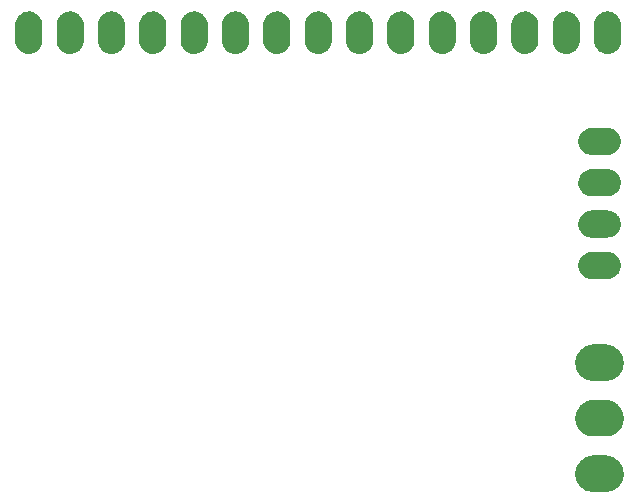
<source format=gbr>
G04 #@! TF.GenerationSoftware,KiCad,Pcbnew,7.0.7*
G04 #@! TF.CreationDate,2023-08-23T14:54:38-06:00*
G04 #@! TF.ProjectId,seedlab-power,73656564-6c61-4622-9d70-6f7765722e6b,rev?*
G04 #@! TF.SameCoordinates,Original*
G04 #@! TF.FileFunction,Soldermask,Bot*
G04 #@! TF.FilePolarity,Negative*
%FSLAX46Y46*%
G04 Gerber Fmt 4.6, Leading zero omitted, Abs format (unit mm)*
G04 Created by KiCad (PCBNEW 7.0.7) date 2023-08-23 14:54:38*
%MOMM*%
%LPD*%
G01*
G04 APERTURE LIST*
G04 APERTURE END LIST*
G36*
X76746640Y-76430879D02*
G01*
X76816320Y-76433550D01*
X76817521Y-76433735D01*
X76824804Y-76434029D01*
X76927950Y-76450791D01*
X77053313Y-76470155D01*
X77059876Y-76472232D01*
X77071179Y-76474069D01*
X77171305Y-76507496D01*
X77279655Y-76541786D01*
X77291330Y-76547566D01*
X77307940Y-76553112D01*
X77398096Y-76600429D01*
X77492404Y-76647124D01*
X77508097Y-76658162D01*
X77528956Y-76669110D01*
X77606434Y-76727331D01*
X77686575Y-76783701D01*
X77704835Y-76801274D01*
X77728503Y-76819060D01*
X77791945Y-76885110D01*
X77857627Y-76948323D01*
X77876718Y-76973368D01*
X77901412Y-76999077D01*
X77950252Y-77069834D01*
X78001550Y-77137130D01*
X78019544Y-77170221D01*
X78043205Y-77204500D01*
X78077598Y-77276981D01*
X78114954Y-77345679D01*
X78129771Y-77386934D01*
X78150210Y-77430008D01*
X78170914Y-77501487D01*
X78195202Y-77569111D01*
X78204725Y-77618217D01*
X78219655Y-77669760D01*
X78227916Y-77737797D01*
X78240401Y-77802173D01*
X78242554Y-77858353D01*
X78249742Y-77917548D01*
X78247221Y-77980099D01*
X78249494Y-78039393D01*
X78242331Y-78101435D01*
X78239691Y-78166952D01*
X78228359Y-78222457D01*
X78222268Y-78275223D01*
X78204064Y-78341465D01*
X78189764Y-78411515D01*
X78171793Y-78458899D01*
X78159361Y-78504141D01*
X78128678Y-78572584D01*
X78101252Y-78644902D01*
X78078917Y-78683587D01*
X78062251Y-78720764D01*
X78018016Y-78789069D01*
X77976448Y-78861068D01*
X77951996Y-78891015D01*
X77933203Y-78920036D01*
X77874753Y-78985620D01*
X77818585Y-79054415D01*
X77794159Y-79076054D01*
X77775259Y-79097262D01*
X77702359Y-79157381D01*
X77631751Y-79219936D01*
X77609274Y-79234149D01*
X77592106Y-79248308D01*
X77504875Y-79300167D01*
X77420786Y-79353342D01*
X77401888Y-79361393D01*
X77388046Y-79369623D01*
X77286778Y-79410437D01*
X77191152Y-79451180D01*
X77177087Y-79454646D01*
X77167859Y-79458366D01*
X77052003Y-79485477D01*
X76948798Y-79510915D01*
X76940401Y-79511592D01*
X76936700Y-79512459D01*
X76793078Y-79523485D01*
X76700000Y-79531000D01*
X76695211Y-79531000D01*
X75702395Y-79531000D01*
X75700000Y-79531000D01*
X75653156Y-79529112D01*
X75583679Y-79526449D01*
X75582486Y-79526264D01*
X75575196Y-79525971D01*
X75471944Y-79509190D01*
X75346686Y-79489844D01*
X75340128Y-79487768D01*
X75328821Y-79485931D01*
X75228655Y-79452490D01*
X75120344Y-79418213D01*
X75108672Y-79412434D01*
X75092060Y-79406888D01*
X75001886Y-79359561D01*
X74907595Y-79312875D01*
X74891903Y-79301838D01*
X74871044Y-79290890D01*
X74793559Y-79232664D01*
X74713424Y-79176298D01*
X74695164Y-79158725D01*
X74671497Y-79140940D01*
X74608053Y-79074888D01*
X74542372Y-79011676D01*
X74523280Y-78986630D01*
X74498588Y-78960923D01*
X74449749Y-78890168D01*
X74398449Y-78822869D01*
X74380453Y-78789774D01*
X74356795Y-78755500D01*
X74322405Y-78683024D01*
X74285045Y-78614320D01*
X74270225Y-78573059D01*
X74249790Y-78529992D01*
X74229088Y-78458521D01*
X74204797Y-78390888D01*
X74195272Y-78341774D01*
X74180345Y-78290240D01*
X74172085Y-78222214D01*
X74159598Y-78157826D01*
X74157444Y-78101634D01*
X74150258Y-78042452D01*
X74152778Y-77979912D01*
X74150505Y-77920606D01*
X74157669Y-77858549D01*
X74160309Y-77793048D01*
X74171637Y-77737554D01*
X74177731Y-77684776D01*
X74195939Y-77618516D01*
X74210236Y-77548485D01*
X74228201Y-77501112D01*
X74240638Y-77455858D01*
X74271329Y-77387394D01*
X74298748Y-77315098D01*
X74321076Y-77276424D01*
X74337748Y-77239235D01*
X74381997Y-77170906D01*
X74423552Y-77098932D01*
X74447995Y-77068994D01*
X74466796Y-77039963D01*
X74525267Y-76974353D01*
X74581415Y-76905585D01*
X74605831Y-76883953D01*
X74624740Y-76862737D01*
X74697669Y-76802591D01*
X74768249Y-76740064D01*
X74790716Y-76725856D01*
X74807893Y-76711691D01*
X74895166Y-76659806D01*
X74979214Y-76606658D01*
X74998101Y-76598610D01*
X75011953Y-76590376D01*
X75113282Y-76549536D01*
X75208848Y-76508820D01*
X75222903Y-76505355D01*
X75232140Y-76501633D01*
X75348095Y-76474498D01*
X75451202Y-76449085D01*
X75459590Y-76448407D01*
X75463299Y-76447540D01*
X75607031Y-76436505D01*
X75700000Y-76429000D01*
X76700000Y-76429000D01*
X76746640Y-76430879D01*
G37*
G36*
X76746640Y-71730879D02*
G01*
X76816320Y-71733550D01*
X76817521Y-71733735D01*
X76824804Y-71734029D01*
X76927950Y-71750791D01*
X77053313Y-71770155D01*
X77059876Y-71772232D01*
X77071179Y-71774069D01*
X77171305Y-71807496D01*
X77279655Y-71841786D01*
X77291330Y-71847566D01*
X77307940Y-71853112D01*
X77398096Y-71900429D01*
X77492404Y-71947124D01*
X77508097Y-71958162D01*
X77528956Y-71969110D01*
X77606434Y-72027331D01*
X77686575Y-72083701D01*
X77704835Y-72101274D01*
X77728503Y-72119060D01*
X77791945Y-72185110D01*
X77857627Y-72248323D01*
X77876718Y-72273368D01*
X77901412Y-72299077D01*
X77950252Y-72369834D01*
X78001550Y-72437130D01*
X78019544Y-72470221D01*
X78043205Y-72504500D01*
X78077598Y-72576981D01*
X78114954Y-72645679D01*
X78129771Y-72686934D01*
X78150210Y-72730008D01*
X78170914Y-72801487D01*
X78195202Y-72869111D01*
X78204725Y-72918217D01*
X78219655Y-72969760D01*
X78227916Y-73037797D01*
X78240401Y-73102173D01*
X78242554Y-73158353D01*
X78249742Y-73217548D01*
X78247221Y-73280099D01*
X78249494Y-73339393D01*
X78242331Y-73401435D01*
X78239691Y-73466952D01*
X78228359Y-73522457D01*
X78222268Y-73575223D01*
X78204064Y-73641465D01*
X78189764Y-73711515D01*
X78171793Y-73758899D01*
X78159361Y-73804141D01*
X78128678Y-73872584D01*
X78101252Y-73944902D01*
X78078917Y-73983587D01*
X78062251Y-74020764D01*
X78018016Y-74089069D01*
X77976448Y-74161068D01*
X77951996Y-74191015D01*
X77933203Y-74220036D01*
X77874753Y-74285620D01*
X77818585Y-74354415D01*
X77794159Y-74376054D01*
X77775259Y-74397262D01*
X77702359Y-74457381D01*
X77631751Y-74519936D01*
X77609274Y-74534149D01*
X77592106Y-74548308D01*
X77504875Y-74600167D01*
X77420786Y-74653342D01*
X77401888Y-74661393D01*
X77388046Y-74669623D01*
X77286778Y-74710437D01*
X77191152Y-74751180D01*
X77177087Y-74754646D01*
X77167859Y-74758366D01*
X77052003Y-74785477D01*
X76948798Y-74810915D01*
X76940401Y-74811592D01*
X76936700Y-74812459D01*
X76793078Y-74823485D01*
X76700000Y-74831000D01*
X76695211Y-74831000D01*
X75702395Y-74831000D01*
X75700000Y-74831000D01*
X75653156Y-74829112D01*
X75583679Y-74826449D01*
X75582486Y-74826264D01*
X75575196Y-74825971D01*
X75471944Y-74809190D01*
X75346686Y-74789844D01*
X75340128Y-74787768D01*
X75328821Y-74785931D01*
X75228655Y-74752490D01*
X75120344Y-74718213D01*
X75108672Y-74712434D01*
X75092060Y-74706888D01*
X75001886Y-74659561D01*
X74907595Y-74612875D01*
X74891903Y-74601838D01*
X74871044Y-74590890D01*
X74793559Y-74532664D01*
X74713424Y-74476298D01*
X74695164Y-74458725D01*
X74671497Y-74440940D01*
X74608053Y-74374888D01*
X74542372Y-74311676D01*
X74523280Y-74286630D01*
X74498588Y-74260923D01*
X74449749Y-74190168D01*
X74398449Y-74122869D01*
X74380453Y-74089774D01*
X74356795Y-74055500D01*
X74322405Y-73983024D01*
X74285045Y-73914320D01*
X74270225Y-73873059D01*
X74249790Y-73829992D01*
X74229088Y-73758521D01*
X74204797Y-73690888D01*
X74195272Y-73641774D01*
X74180345Y-73590240D01*
X74172085Y-73522214D01*
X74159598Y-73457826D01*
X74157444Y-73401634D01*
X74150258Y-73342452D01*
X74152778Y-73279912D01*
X74150505Y-73220606D01*
X74157669Y-73158549D01*
X74160309Y-73093048D01*
X74171637Y-73037554D01*
X74177731Y-72984776D01*
X74195939Y-72918516D01*
X74210236Y-72848485D01*
X74228201Y-72801112D01*
X74240638Y-72755858D01*
X74271329Y-72687394D01*
X74298748Y-72615098D01*
X74321076Y-72576424D01*
X74337748Y-72539235D01*
X74381997Y-72470906D01*
X74423552Y-72398932D01*
X74447995Y-72368994D01*
X74466796Y-72339963D01*
X74525267Y-72274353D01*
X74581415Y-72205585D01*
X74605831Y-72183953D01*
X74624740Y-72162737D01*
X74697669Y-72102591D01*
X74768249Y-72040064D01*
X74790716Y-72025856D01*
X74807893Y-72011691D01*
X74895166Y-71959806D01*
X74979214Y-71906658D01*
X74998101Y-71898610D01*
X75011953Y-71890376D01*
X75113282Y-71849536D01*
X75208848Y-71808820D01*
X75222903Y-71805355D01*
X75232140Y-71801633D01*
X75348095Y-71774498D01*
X75451202Y-71749085D01*
X75459590Y-71748407D01*
X75463299Y-71747540D01*
X75607031Y-71736505D01*
X75700000Y-71729000D01*
X76700000Y-71729000D01*
X76746640Y-71730879D01*
G37*
G36*
X76746640Y-67030879D02*
G01*
X76816320Y-67033550D01*
X76817521Y-67033735D01*
X76824804Y-67034029D01*
X76927950Y-67050791D01*
X77053313Y-67070155D01*
X77059876Y-67072232D01*
X77071179Y-67074069D01*
X77171305Y-67107496D01*
X77279655Y-67141786D01*
X77291330Y-67147566D01*
X77307940Y-67153112D01*
X77398096Y-67200429D01*
X77492404Y-67247124D01*
X77508097Y-67258162D01*
X77528956Y-67269110D01*
X77606434Y-67327331D01*
X77686575Y-67383701D01*
X77704835Y-67401274D01*
X77728503Y-67419060D01*
X77791945Y-67485110D01*
X77857627Y-67548323D01*
X77876718Y-67573368D01*
X77901412Y-67599077D01*
X77950252Y-67669834D01*
X78001550Y-67737130D01*
X78019544Y-67770221D01*
X78043205Y-67804500D01*
X78077598Y-67876981D01*
X78114954Y-67945679D01*
X78129771Y-67986934D01*
X78150210Y-68030008D01*
X78170914Y-68101487D01*
X78195202Y-68169111D01*
X78204725Y-68218217D01*
X78219655Y-68269760D01*
X78227916Y-68337797D01*
X78240401Y-68402173D01*
X78242554Y-68458353D01*
X78249742Y-68517548D01*
X78247221Y-68580099D01*
X78249494Y-68639393D01*
X78242331Y-68701435D01*
X78239691Y-68766952D01*
X78228359Y-68822457D01*
X78222268Y-68875223D01*
X78204064Y-68941465D01*
X78189764Y-69011515D01*
X78171793Y-69058899D01*
X78159361Y-69104141D01*
X78128678Y-69172584D01*
X78101252Y-69244902D01*
X78078917Y-69283587D01*
X78062251Y-69320764D01*
X78018016Y-69389069D01*
X77976448Y-69461068D01*
X77951996Y-69491015D01*
X77933203Y-69520036D01*
X77874753Y-69585620D01*
X77818585Y-69654415D01*
X77794159Y-69676054D01*
X77775259Y-69697262D01*
X77702359Y-69757381D01*
X77631751Y-69819936D01*
X77609274Y-69834149D01*
X77592106Y-69848308D01*
X77504875Y-69900167D01*
X77420786Y-69953342D01*
X77401888Y-69961393D01*
X77388046Y-69969623D01*
X77286778Y-70010437D01*
X77191152Y-70051180D01*
X77177087Y-70054646D01*
X77167859Y-70058366D01*
X77052003Y-70085477D01*
X76948798Y-70110915D01*
X76940401Y-70111592D01*
X76936700Y-70112459D01*
X76793078Y-70123485D01*
X76700000Y-70131000D01*
X76695211Y-70131000D01*
X75702395Y-70131000D01*
X75700000Y-70131000D01*
X75653156Y-70129112D01*
X75583679Y-70126449D01*
X75582486Y-70126264D01*
X75575196Y-70125971D01*
X75471944Y-70109190D01*
X75346686Y-70089844D01*
X75340128Y-70087768D01*
X75328821Y-70085931D01*
X75228655Y-70052490D01*
X75120344Y-70018213D01*
X75108672Y-70012434D01*
X75092060Y-70006888D01*
X75001886Y-69959561D01*
X74907595Y-69912875D01*
X74891903Y-69901838D01*
X74871044Y-69890890D01*
X74793559Y-69832664D01*
X74713424Y-69776298D01*
X74695164Y-69758725D01*
X74671497Y-69740940D01*
X74608053Y-69674888D01*
X74542372Y-69611676D01*
X74523280Y-69586630D01*
X74498588Y-69560923D01*
X74449749Y-69490168D01*
X74398449Y-69422869D01*
X74380453Y-69389774D01*
X74356795Y-69355500D01*
X74322405Y-69283024D01*
X74285045Y-69214320D01*
X74270225Y-69173059D01*
X74249790Y-69129992D01*
X74229088Y-69058521D01*
X74204797Y-68990888D01*
X74195272Y-68941774D01*
X74180345Y-68890240D01*
X74172085Y-68822214D01*
X74159598Y-68757826D01*
X74157444Y-68701634D01*
X74150258Y-68642452D01*
X74152778Y-68579912D01*
X74150505Y-68520606D01*
X74157669Y-68458549D01*
X74160309Y-68393048D01*
X74171637Y-68337554D01*
X74177731Y-68284776D01*
X74195939Y-68218516D01*
X74210236Y-68148485D01*
X74228201Y-68101112D01*
X74240638Y-68055858D01*
X74271329Y-67987394D01*
X74298748Y-67915098D01*
X74321076Y-67876424D01*
X74337748Y-67839235D01*
X74381997Y-67770906D01*
X74423552Y-67698932D01*
X74447995Y-67668994D01*
X74466796Y-67639963D01*
X74525267Y-67574353D01*
X74581415Y-67505585D01*
X74605831Y-67483953D01*
X74624740Y-67462737D01*
X74697669Y-67402591D01*
X74768249Y-67340064D01*
X74790716Y-67325856D01*
X74807893Y-67311691D01*
X74895166Y-67259806D01*
X74979214Y-67206658D01*
X74998101Y-67198610D01*
X75011953Y-67190376D01*
X75113282Y-67149536D01*
X75208848Y-67108820D01*
X75222903Y-67105355D01*
X75232140Y-67101633D01*
X75348095Y-67074498D01*
X75451202Y-67049085D01*
X75459590Y-67048407D01*
X75463299Y-67047540D01*
X75607031Y-67036505D01*
X75700000Y-67029000D01*
X76700000Y-67029000D01*
X76746640Y-67030879D01*
G37*
G36*
X76852634Y-59189244D02*
G01*
X76950353Y-59193632D01*
X77002903Y-59203168D01*
X77061496Y-59208598D01*
X77111993Y-59222965D01*
X77156073Y-59230965D01*
X77206108Y-59249743D01*
X77265789Y-59266724D01*
X77309967Y-59288722D01*
X77349180Y-59303439D01*
X77397496Y-59332307D01*
X77455923Y-59361400D01*
X77492800Y-59389248D01*
X77526242Y-59409229D01*
X77570738Y-59448104D01*
X77625424Y-59489401D01*
X77654449Y-59521241D01*
X77681571Y-59544936D01*
X77720138Y-59593298D01*
X77768518Y-59646368D01*
X77789554Y-59680342D01*
X77810174Y-59706199D01*
X77840783Y-59763080D01*
X77880333Y-59826955D01*
X77893638Y-59861300D01*
X77907912Y-59887825D01*
X77928701Y-59951808D01*
X77957061Y-60025014D01*
X77963258Y-60058165D01*
X77971648Y-60083987D01*
X77981024Y-60153206D01*
X77996090Y-60233799D01*
X77996090Y-60264423D01*
X77999336Y-60288386D01*
X77996090Y-60360660D01*
X77996090Y-60446201D01*
X77991033Y-60473251D01*
X77990082Y-60494434D01*
X77973460Y-60567257D01*
X77957061Y-60654986D01*
X77948239Y-60677756D01*
X77944185Y-60695521D01*
X77913988Y-60766170D01*
X77880333Y-60853045D01*
X77869107Y-60871174D01*
X77863121Y-60885181D01*
X77819798Y-60950811D01*
X77768518Y-61033632D01*
X77756233Y-61047107D01*
X77749491Y-61057322D01*
X77694257Y-61115092D01*
X77625424Y-61190599D01*
X77613344Y-61199720D01*
X77606954Y-61206405D01*
X77542042Y-61253566D01*
X77455923Y-61318600D01*
X77445138Y-61323969D01*
X77440086Y-61327641D01*
X77369508Y-61361629D01*
X77265789Y-61413276D01*
X77257174Y-61415726D01*
X77254253Y-61417134D01*
X77186841Y-61435738D01*
X77061496Y-61471402D01*
X77055656Y-61471943D01*
X77055432Y-61472005D01*
X77039988Y-61473394D01*
X76850000Y-61491000D01*
X76844384Y-61491000D01*
X75552802Y-61491000D01*
X75550000Y-61491000D01*
X75547364Y-61490755D01*
X75449646Y-61486367D01*
X75397105Y-61476832D01*
X75338504Y-61471402D01*
X75287998Y-61457032D01*
X75243926Y-61449034D01*
X75193898Y-61430258D01*
X75134211Y-61413276D01*
X75090027Y-61391275D01*
X75050819Y-61376560D01*
X75002507Y-61347694D01*
X74944077Y-61318600D01*
X74907196Y-61290749D01*
X74873757Y-61270770D01*
X74829262Y-61231896D01*
X74774576Y-61190599D01*
X74745549Y-61158758D01*
X74718428Y-61135063D01*
X74679859Y-61086700D01*
X74631482Y-61033632D01*
X74610446Y-60999658D01*
X74589825Y-60973800D01*
X74559212Y-60916913D01*
X74519667Y-60853045D01*
X74506362Y-60818702D01*
X74492087Y-60792174D01*
X74471294Y-60728180D01*
X74442939Y-60654986D01*
X74436742Y-60621839D01*
X74428351Y-60596012D01*
X74418972Y-60526777D01*
X74403910Y-60446201D01*
X74403910Y-60415583D01*
X74400663Y-60391613D01*
X74403910Y-60319315D01*
X74403910Y-60233799D01*
X74408965Y-60206755D01*
X74409917Y-60185565D01*
X74426545Y-60112712D01*
X74442939Y-60025014D01*
X74451757Y-60002250D01*
X74455814Y-59984478D01*
X74486025Y-59913793D01*
X74519667Y-59826955D01*
X74530887Y-59808832D01*
X74536878Y-59794818D01*
X74580226Y-59729147D01*
X74631482Y-59646368D01*
X74643760Y-59632899D01*
X74650508Y-59622677D01*
X74705782Y-59564863D01*
X74774576Y-59489401D01*
X74786648Y-59480284D01*
X74793045Y-59473594D01*
X74858018Y-59426388D01*
X74944077Y-59361400D01*
X74954853Y-59356033D01*
X74959913Y-59352358D01*
X75030581Y-59318325D01*
X75134211Y-59266724D01*
X75142817Y-59264275D01*
X75145746Y-59262865D01*
X75213307Y-59244219D01*
X75338504Y-59208598D01*
X75344336Y-59208057D01*
X75344567Y-59207994D01*
X75360390Y-59206569D01*
X75550000Y-59189000D01*
X76850000Y-59189000D01*
X76852634Y-59189244D01*
G37*
G36*
X76852634Y-55689244D02*
G01*
X76950353Y-55693632D01*
X77002903Y-55703168D01*
X77061496Y-55708598D01*
X77111993Y-55722965D01*
X77156073Y-55730965D01*
X77206108Y-55749743D01*
X77265789Y-55766724D01*
X77309967Y-55788722D01*
X77349180Y-55803439D01*
X77397496Y-55832307D01*
X77455923Y-55861400D01*
X77492800Y-55889248D01*
X77526242Y-55909229D01*
X77570738Y-55948104D01*
X77625424Y-55989401D01*
X77654449Y-56021241D01*
X77681571Y-56044936D01*
X77720138Y-56093298D01*
X77768518Y-56146368D01*
X77789554Y-56180342D01*
X77810174Y-56206199D01*
X77840783Y-56263080D01*
X77880333Y-56326955D01*
X77893638Y-56361300D01*
X77907912Y-56387825D01*
X77928701Y-56451808D01*
X77957061Y-56525014D01*
X77963258Y-56558165D01*
X77971648Y-56583987D01*
X77981024Y-56653206D01*
X77996090Y-56733799D01*
X77996090Y-56764423D01*
X77999336Y-56788386D01*
X77996090Y-56860660D01*
X77996090Y-56946201D01*
X77991033Y-56973251D01*
X77990082Y-56994434D01*
X77973460Y-57067257D01*
X77957061Y-57154986D01*
X77948239Y-57177756D01*
X77944185Y-57195521D01*
X77913988Y-57266170D01*
X77880333Y-57353045D01*
X77869107Y-57371174D01*
X77863121Y-57385181D01*
X77819798Y-57450811D01*
X77768518Y-57533632D01*
X77756233Y-57547107D01*
X77749491Y-57557322D01*
X77694257Y-57615092D01*
X77625424Y-57690599D01*
X77613344Y-57699720D01*
X77606954Y-57706405D01*
X77542042Y-57753566D01*
X77455923Y-57818600D01*
X77445138Y-57823969D01*
X77440086Y-57827641D01*
X77369508Y-57861629D01*
X77265789Y-57913276D01*
X77257174Y-57915726D01*
X77254253Y-57917134D01*
X77186841Y-57935738D01*
X77061496Y-57971402D01*
X77055656Y-57971943D01*
X77055432Y-57972005D01*
X77039988Y-57973394D01*
X76850000Y-57991000D01*
X76844384Y-57991000D01*
X75552802Y-57991000D01*
X75550000Y-57991000D01*
X75547364Y-57990755D01*
X75449646Y-57986367D01*
X75397105Y-57976832D01*
X75338504Y-57971402D01*
X75287998Y-57957032D01*
X75243926Y-57949034D01*
X75193898Y-57930258D01*
X75134211Y-57913276D01*
X75090027Y-57891275D01*
X75050819Y-57876560D01*
X75002507Y-57847694D01*
X74944077Y-57818600D01*
X74907196Y-57790749D01*
X74873757Y-57770770D01*
X74829262Y-57731896D01*
X74774576Y-57690599D01*
X74745549Y-57658758D01*
X74718428Y-57635063D01*
X74679859Y-57586700D01*
X74631482Y-57533632D01*
X74610446Y-57499658D01*
X74589825Y-57473800D01*
X74559212Y-57416913D01*
X74519667Y-57353045D01*
X74506362Y-57318702D01*
X74492087Y-57292174D01*
X74471294Y-57228180D01*
X74442939Y-57154986D01*
X74436742Y-57121839D01*
X74428351Y-57096012D01*
X74418972Y-57026777D01*
X74403910Y-56946201D01*
X74403910Y-56915583D01*
X74400663Y-56891613D01*
X74403910Y-56819315D01*
X74403910Y-56733799D01*
X74408965Y-56706755D01*
X74409917Y-56685565D01*
X74426545Y-56612712D01*
X74442939Y-56525014D01*
X74451757Y-56502250D01*
X74455814Y-56484478D01*
X74486025Y-56413793D01*
X74519667Y-56326955D01*
X74530887Y-56308832D01*
X74536878Y-56294818D01*
X74580226Y-56229147D01*
X74631482Y-56146368D01*
X74643760Y-56132899D01*
X74650508Y-56122677D01*
X74705782Y-56064863D01*
X74774576Y-55989401D01*
X74786648Y-55980284D01*
X74793045Y-55973594D01*
X74858018Y-55926388D01*
X74944077Y-55861400D01*
X74954853Y-55856033D01*
X74959913Y-55852358D01*
X75030581Y-55818325D01*
X75134211Y-55766724D01*
X75142817Y-55764275D01*
X75145746Y-55762865D01*
X75213307Y-55744219D01*
X75338504Y-55708598D01*
X75344336Y-55708057D01*
X75344567Y-55707994D01*
X75360390Y-55706569D01*
X75550000Y-55689000D01*
X76850000Y-55689000D01*
X76852634Y-55689244D01*
G37*
G36*
X76852634Y-52189244D02*
G01*
X76950353Y-52193632D01*
X77002903Y-52203168D01*
X77061496Y-52208598D01*
X77111993Y-52222965D01*
X77156073Y-52230965D01*
X77206108Y-52249743D01*
X77265789Y-52266724D01*
X77309967Y-52288722D01*
X77349180Y-52303439D01*
X77397496Y-52332307D01*
X77455923Y-52361400D01*
X77492800Y-52389248D01*
X77526242Y-52409229D01*
X77570738Y-52448104D01*
X77625424Y-52489401D01*
X77654449Y-52521241D01*
X77681571Y-52544936D01*
X77720138Y-52593298D01*
X77768518Y-52646368D01*
X77789554Y-52680342D01*
X77810174Y-52706199D01*
X77840783Y-52763080D01*
X77880333Y-52826955D01*
X77893638Y-52861300D01*
X77907912Y-52887825D01*
X77928701Y-52951808D01*
X77957061Y-53025014D01*
X77963258Y-53058165D01*
X77971648Y-53083987D01*
X77981024Y-53153206D01*
X77996090Y-53233799D01*
X77996090Y-53264423D01*
X77999336Y-53288386D01*
X77996090Y-53360660D01*
X77996090Y-53446201D01*
X77991033Y-53473251D01*
X77990082Y-53494434D01*
X77973460Y-53567257D01*
X77957061Y-53654986D01*
X77948239Y-53677756D01*
X77944185Y-53695521D01*
X77913988Y-53766170D01*
X77880333Y-53853045D01*
X77869107Y-53871174D01*
X77863121Y-53885181D01*
X77819798Y-53950811D01*
X77768518Y-54033632D01*
X77756233Y-54047107D01*
X77749491Y-54057322D01*
X77694257Y-54115092D01*
X77625424Y-54190599D01*
X77613344Y-54199720D01*
X77606954Y-54206405D01*
X77542042Y-54253566D01*
X77455923Y-54318600D01*
X77445138Y-54323969D01*
X77440086Y-54327641D01*
X77369508Y-54361629D01*
X77265789Y-54413276D01*
X77257174Y-54415726D01*
X77254253Y-54417134D01*
X77186841Y-54435738D01*
X77061496Y-54471402D01*
X77055656Y-54471943D01*
X77055432Y-54472005D01*
X77039988Y-54473394D01*
X76850000Y-54491000D01*
X76844384Y-54491000D01*
X75552802Y-54491000D01*
X75550000Y-54491000D01*
X75547364Y-54490755D01*
X75449646Y-54486367D01*
X75397105Y-54476832D01*
X75338504Y-54471402D01*
X75287998Y-54457032D01*
X75243926Y-54449034D01*
X75193898Y-54430258D01*
X75134211Y-54413276D01*
X75090027Y-54391275D01*
X75050819Y-54376560D01*
X75002507Y-54347694D01*
X74944077Y-54318600D01*
X74907196Y-54290749D01*
X74873757Y-54270770D01*
X74829262Y-54231896D01*
X74774576Y-54190599D01*
X74745549Y-54158758D01*
X74718428Y-54135063D01*
X74679859Y-54086700D01*
X74631482Y-54033632D01*
X74610446Y-53999658D01*
X74589825Y-53973800D01*
X74559212Y-53916913D01*
X74519667Y-53853045D01*
X74506362Y-53818702D01*
X74492087Y-53792174D01*
X74471294Y-53728180D01*
X74442939Y-53654986D01*
X74436742Y-53621839D01*
X74428351Y-53596012D01*
X74418972Y-53526777D01*
X74403910Y-53446201D01*
X74403910Y-53415583D01*
X74400663Y-53391613D01*
X74403910Y-53319315D01*
X74403910Y-53233799D01*
X74408965Y-53206755D01*
X74409917Y-53185565D01*
X74426545Y-53112712D01*
X74442939Y-53025014D01*
X74451757Y-53002250D01*
X74455814Y-52984478D01*
X74486025Y-52913793D01*
X74519667Y-52826955D01*
X74530887Y-52808832D01*
X74536878Y-52794818D01*
X74580226Y-52729147D01*
X74631482Y-52646368D01*
X74643760Y-52632899D01*
X74650508Y-52622677D01*
X74705782Y-52564863D01*
X74774576Y-52489401D01*
X74786648Y-52480284D01*
X74793045Y-52473594D01*
X74858018Y-52426388D01*
X74944077Y-52361400D01*
X74954853Y-52356033D01*
X74959913Y-52352358D01*
X75030581Y-52318325D01*
X75134211Y-52266724D01*
X75142817Y-52264275D01*
X75145746Y-52262865D01*
X75213307Y-52244219D01*
X75338504Y-52208598D01*
X75344336Y-52208057D01*
X75344567Y-52207994D01*
X75360390Y-52206569D01*
X75550000Y-52189000D01*
X76850000Y-52189000D01*
X76852634Y-52189244D01*
G37*
G36*
X76852634Y-48689244D02*
G01*
X76950353Y-48693632D01*
X77002903Y-48703168D01*
X77061496Y-48708598D01*
X77111993Y-48722965D01*
X77156073Y-48730965D01*
X77206108Y-48749743D01*
X77265789Y-48766724D01*
X77309967Y-48788722D01*
X77349180Y-48803439D01*
X77397496Y-48832307D01*
X77455923Y-48861400D01*
X77492800Y-48889248D01*
X77526242Y-48909229D01*
X77570738Y-48948104D01*
X77625424Y-48989401D01*
X77654449Y-49021241D01*
X77681571Y-49044936D01*
X77720138Y-49093298D01*
X77768518Y-49146368D01*
X77789554Y-49180342D01*
X77810174Y-49206199D01*
X77840783Y-49263080D01*
X77880333Y-49326955D01*
X77893638Y-49361300D01*
X77907912Y-49387825D01*
X77928701Y-49451808D01*
X77957061Y-49525014D01*
X77963258Y-49558165D01*
X77971648Y-49583987D01*
X77981024Y-49653206D01*
X77996090Y-49733799D01*
X77996090Y-49764423D01*
X77999336Y-49788386D01*
X77996090Y-49860660D01*
X77996090Y-49946201D01*
X77991033Y-49973251D01*
X77990082Y-49994434D01*
X77973460Y-50067257D01*
X77957061Y-50154986D01*
X77948239Y-50177756D01*
X77944185Y-50195521D01*
X77913988Y-50266170D01*
X77880333Y-50353045D01*
X77869107Y-50371174D01*
X77863121Y-50385181D01*
X77819798Y-50450811D01*
X77768518Y-50533632D01*
X77756233Y-50547107D01*
X77749491Y-50557322D01*
X77694257Y-50615092D01*
X77625424Y-50690599D01*
X77613344Y-50699720D01*
X77606954Y-50706405D01*
X77542042Y-50753566D01*
X77455923Y-50818600D01*
X77445138Y-50823969D01*
X77440086Y-50827641D01*
X77369508Y-50861629D01*
X77265789Y-50913276D01*
X77257174Y-50915726D01*
X77254253Y-50917134D01*
X77186841Y-50935738D01*
X77061496Y-50971402D01*
X77055656Y-50971943D01*
X77055432Y-50972005D01*
X77039988Y-50973394D01*
X76850000Y-50991000D01*
X76844384Y-50991000D01*
X75552802Y-50991000D01*
X75550000Y-50991000D01*
X75547364Y-50990755D01*
X75449646Y-50986367D01*
X75397105Y-50976832D01*
X75338504Y-50971402D01*
X75287998Y-50957032D01*
X75243926Y-50949034D01*
X75193898Y-50930258D01*
X75134211Y-50913276D01*
X75090027Y-50891275D01*
X75050819Y-50876560D01*
X75002507Y-50847694D01*
X74944077Y-50818600D01*
X74907196Y-50790749D01*
X74873757Y-50770770D01*
X74829262Y-50731896D01*
X74774576Y-50690599D01*
X74745549Y-50658758D01*
X74718428Y-50635063D01*
X74679859Y-50586700D01*
X74631482Y-50533632D01*
X74610446Y-50499658D01*
X74589825Y-50473800D01*
X74559212Y-50416913D01*
X74519667Y-50353045D01*
X74506362Y-50318702D01*
X74492087Y-50292174D01*
X74471294Y-50228180D01*
X74442939Y-50154986D01*
X74436742Y-50121839D01*
X74428351Y-50096012D01*
X74418972Y-50026777D01*
X74403910Y-49946201D01*
X74403910Y-49915583D01*
X74400663Y-49891613D01*
X74403910Y-49819315D01*
X74403910Y-49733799D01*
X74408965Y-49706755D01*
X74409917Y-49685565D01*
X74426545Y-49612712D01*
X74442939Y-49525014D01*
X74451757Y-49502250D01*
X74455814Y-49484478D01*
X74486025Y-49413793D01*
X74519667Y-49326955D01*
X74530887Y-49308832D01*
X74536878Y-49294818D01*
X74580226Y-49229147D01*
X74631482Y-49146368D01*
X74643760Y-49132899D01*
X74650508Y-49122677D01*
X74705782Y-49064863D01*
X74774576Y-48989401D01*
X74786648Y-48980284D01*
X74793045Y-48973594D01*
X74858018Y-48926388D01*
X74944077Y-48861400D01*
X74954853Y-48856033D01*
X74959913Y-48852358D01*
X75030581Y-48818325D01*
X75134211Y-48766724D01*
X75142817Y-48764275D01*
X75145746Y-48762865D01*
X75213307Y-48744219D01*
X75338504Y-48708598D01*
X75344336Y-48708057D01*
X75344567Y-48707994D01*
X75360390Y-48706569D01*
X75550000Y-48689000D01*
X76850000Y-48689000D01*
X76852634Y-48689244D01*
G37*
G36*
X27900683Y-38843910D02*
G01*
X27986201Y-38843910D01*
X28013244Y-38848965D01*
X28034434Y-38849917D01*
X28107281Y-38866544D01*
X28194986Y-38882939D01*
X28217750Y-38891758D01*
X28235521Y-38895814D01*
X28306195Y-38926021D01*
X28393045Y-38959667D01*
X28411169Y-38970889D01*
X28425181Y-38976878D01*
X28490836Y-39020216D01*
X28573632Y-39071482D01*
X28587103Y-39083762D01*
X28597322Y-39090508D01*
X28655114Y-39145763D01*
X28730599Y-39214576D01*
X28739718Y-39226651D01*
X28746405Y-39233045D01*
X28793585Y-39297983D01*
X28858600Y-39384077D01*
X28863968Y-39394857D01*
X28867641Y-39399913D01*
X28901644Y-39470520D01*
X28953276Y-39574211D01*
X28955726Y-39582822D01*
X28957134Y-39585746D01*
X28975747Y-39653190D01*
X29011402Y-39778504D01*
X29011943Y-39784342D01*
X29012005Y-39784567D01*
X29013397Y-39800043D01*
X29031000Y-39990000D01*
X29031000Y-41290000D01*
X29030755Y-41292636D01*
X29026367Y-41390353D01*
X29016832Y-41442892D01*
X29011402Y-41501496D01*
X28997031Y-41552003D01*
X28989034Y-41596073D01*
X28970259Y-41646097D01*
X28953276Y-41705789D01*
X28931273Y-41749975D01*
X28916560Y-41789180D01*
X28887697Y-41837486D01*
X28858600Y-41895923D01*
X28830746Y-41932806D01*
X28810770Y-41966242D01*
X28771901Y-42010730D01*
X28730599Y-42065424D01*
X28698754Y-42094454D01*
X28675063Y-42121571D01*
X28626708Y-42160132D01*
X28573632Y-42208518D01*
X28539652Y-42229557D01*
X28513800Y-42250174D01*
X28456925Y-42280779D01*
X28393045Y-42320333D01*
X28358695Y-42333639D01*
X28332174Y-42347912D01*
X28268196Y-42368699D01*
X28194986Y-42397061D01*
X28161832Y-42403258D01*
X28136012Y-42411648D01*
X28066796Y-42421023D01*
X27986201Y-42436090D01*
X27955576Y-42436090D01*
X27931613Y-42439336D01*
X27859338Y-42436090D01*
X27773799Y-42436090D01*
X27746748Y-42431033D01*
X27725565Y-42430082D01*
X27652736Y-42413459D01*
X27565014Y-42397061D01*
X27542244Y-42388240D01*
X27524478Y-42384185D01*
X27453818Y-42353983D01*
X27366955Y-42320333D01*
X27348827Y-42309108D01*
X27334818Y-42303121D01*
X27269172Y-42259788D01*
X27186368Y-42208518D01*
X27172895Y-42196236D01*
X27162677Y-42189491D01*
X27104886Y-42134237D01*
X27029401Y-42065424D01*
X27020281Y-42053347D01*
X27013594Y-42046954D01*
X26966407Y-41982007D01*
X26901400Y-41895923D01*
X26896032Y-41885143D01*
X26892358Y-41880086D01*
X26858340Y-41809447D01*
X26806724Y-41705789D01*
X26804274Y-41697179D01*
X26802865Y-41694253D01*
X26784228Y-41626724D01*
X26748598Y-41501496D01*
X26748057Y-41495661D01*
X26747994Y-41495432D01*
X26746573Y-41479643D01*
X26729000Y-41290000D01*
X26729000Y-39990000D01*
X26729244Y-39987365D01*
X26733632Y-39889646D01*
X26743168Y-39837094D01*
X26748598Y-39778504D01*
X26762965Y-39728008D01*
X26770965Y-39683926D01*
X26789744Y-39633887D01*
X26806724Y-39574211D01*
X26828720Y-39530035D01*
X26843439Y-39490819D01*
X26872310Y-39442497D01*
X26901400Y-39384077D01*
X26929245Y-39347203D01*
X26949229Y-39313757D01*
X26988110Y-39269253D01*
X27029401Y-39214576D01*
X27061236Y-39185553D01*
X27084936Y-39158428D01*
X27133306Y-39119853D01*
X27186368Y-39071482D01*
X27220337Y-39050449D01*
X27246199Y-39029825D01*
X27303093Y-38999208D01*
X27366955Y-38959667D01*
X27401293Y-38946364D01*
X27427825Y-38932087D01*
X27491824Y-38911292D01*
X27565014Y-38882939D01*
X27598157Y-38876743D01*
X27623987Y-38868351D01*
X27693225Y-38858971D01*
X27773799Y-38843910D01*
X27804416Y-38843910D01*
X27828386Y-38840663D01*
X27900683Y-38843910D01*
G37*
G36*
X31400683Y-38843910D02*
G01*
X31486201Y-38843910D01*
X31513244Y-38848965D01*
X31534434Y-38849917D01*
X31607281Y-38866544D01*
X31694986Y-38882939D01*
X31717750Y-38891758D01*
X31735521Y-38895814D01*
X31806195Y-38926021D01*
X31893045Y-38959667D01*
X31911169Y-38970889D01*
X31925181Y-38976878D01*
X31990836Y-39020216D01*
X32073632Y-39071482D01*
X32087103Y-39083762D01*
X32097322Y-39090508D01*
X32155114Y-39145763D01*
X32230599Y-39214576D01*
X32239718Y-39226651D01*
X32246405Y-39233045D01*
X32293585Y-39297983D01*
X32358600Y-39384077D01*
X32363968Y-39394857D01*
X32367641Y-39399913D01*
X32401644Y-39470520D01*
X32453276Y-39574211D01*
X32455726Y-39582822D01*
X32457134Y-39585746D01*
X32475747Y-39653190D01*
X32511402Y-39778504D01*
X32511943Y-39784342D01*
X32512005Y-39784567D01*
X32513397Y-39800043D01*
X32531000Y-39990000D01*
X32531000Y-41290000D01*
X32530755Y-41292636D01*
X32526367Y-41390353D01*
X32516832Y-41442892D01*
X32511402Y-41501496D01*
X32497031Y-41552003D01*
X32489034Y-41596073D01*
X32470259Y-41646097D01*
X32453276Y-41705789D01*
X32431273Y-41749975D01*
X32416560Y-41789180D01*
X32387697Y-41837486D01*
X32358600Y-41895923D01*
X32330746Y-41932806D01*
X32310770Y-41966242D01*
X32271901Y-42010730D01*
X32230599Y-42065424D01*
X32198754Y-42094454D01*
X32175063Y-42121571D01*
X32126708Y-42160132D01*
X32073632Y-42208518D01*
X32039652Y-42229557D01*
X32013800Y-42250174D01*
X31956925Y-42280779D01*
X31893045Y-42320333D01*
X31858695Y-42333639D01*
X31832174Y-42347912D01*
X31768196Y-42368699D01*
X31694986Y-42397061D01*
X31661832Y-42403258D01*
X31636012Y-42411648D01*
X31566796Y-42421023D01*
X31486201Y-42436090D01*
X31455576Y-42436090D01*
X31431613Y-42439336D01*
X31359338Y-42436090D01*
X31273799Y-42436090D01*
X31246748Y-42431033D01*
X31225565Y-42430082D01*
X31152736Y-42413459D01*
X31065014Y-42397061D01*
X31042244Y-42388240D01*
X31024478Y-42384185D01*
X30953818Y-42353983D01*
X30866955Y-42320333D01*
X30848827Y-42309108D01*
X30834818Y-42303121D01*
X30769172Y-42259788D01*
X30686368Y-42208518D01*
X30672895Y-42196236D01*
X30662677Y-42189491D01*
X30604886Y-42134237D01*
X30529401Y-42065424D01*
X30520281Y-42053347D01*
X30513594Y-42046954D01*
X30466407Y-41982007D01*
X30401400Y-41895923D01*
X30396032Y-41885143D01*
X30392358Y-41880086D01*
X30358340Y-41809447D01*
X30306724Y-41705789D01*
X30304274Y-41697179D01*
X30302865Y-41694253D01*
X30284228Y-41626724D01*
X30248598Y-41501496D01*
X30248057Y-41495661D01*
X30247994Y-41495432D01*
X30246573Y-41479643D01*
X30229000Y-41290000D01*
X30229000Y-39990000D01*
X30229244Y-39987365D01*
X30233632Y-39889646D01*
X30243168Y-39837094D01*
X30248598Y-39778504D01*
X30262965Y-39728008D01*
X30270965Y-39683926D01*
X30289744Y-39633887D01*
X30306724Y-39574211D01*
X30328720Y-39530035D01*
X30343439Y-39490819D01*
X30372310Y-39442497D01*
X30401400Y-39384077D01*
X30429245Y-39347203D01*
X30449229Y-39313757D01*
X30488110Y-39269253D01*
X30529401Y-39214576D01*
X30561236Y-39185553D01*
X30584936Y-39158428D01*
X30633306Y-39119853D01*
X30686368Y-39071482D01*
X30720337Y-39050449D01*
X30746199Y-39029825D01*
X30803093Y-38999208D01*
X30866955Y-38959667D01*
X30901293Y-38946364D01*
X30927825Y-38932087D01*
X30991824Y-38911292D01*
X31065014Y-38882939D01*
X31098157Y-38876743D01*
X31123987Y-38868351D01*
X31193225Y-38858971D01*
X31273799Y-38843910D01*
X31304416Y-38843910D01*
X31328386Y-38840663D01*
X31400683Y-38843910D01*
G37*
G36*
X34900683Y-38843910D02*
G01*
X34986201Y-38843910D01*
X35013244Y-38848965D01*
X35034434Y-38849917D01*
X35107281Y-38866544D01*
X35194986Y-38882939D01*
X35217750Y-38891758D01*
X35235521Y-38895814D01*
X35306195Y-38926021D01*
X35393045Y-38959667D01*
X35411169Y-38970889D01*
X35425181Y-38976878D01*
X35490836Y-39020216D01*
X35573632Y-39071482D01*
X35587103Y-39083762D01*
X35597322Y-39090508D01*
X35655114Y-39145763D01*
X35730599Y-39214576D01*
X35739718Y-39226651D01*
X35746405Y-39233045D01*
X35793585Y-39297983D01*
X35858600Y-39384077D01*
X35863968Y-39394857D01*
X35867641Y-39399913D01*
X35901644Y-39470520D01*
X35953276Y-39574211D01*
X35955726Y-39582822D01*
X35957134Y-39585746D01*
X35975747Y-39653190D01*
X36011402Y-39778504D01*
X36011943Y-39784342D01*
X36012005Y-39784567D01*
X36013397Y-39800043D01*
X36031000Y-39990000D01*
X36031000Y-41290000D01*
X36030755Y-41292636D01*
X36026367Y-41390353D01*
X36016832Y-41442892D01*
X36011402Y-41501496D01*
X35997031Y-41552003D01*
X35989034Y-41596073D01*
X35970259Y-41646097D01*
X35953276Y-41705789D01*
X35931273Y-41749975D01*
X35916560Y-41789180D01*
X35887697Y-41837486D01*
X35858600Y-41895923D01*
X35830746Y-41932806D01*
X35810770Y-41966242D01*
X35771901Y-42010730D01*
X35730599Y-42065424D01*
X35698754Y-42094454D01*
X35675063Y-42121571D01*
X35626708Y-42160132D01*
X35573632Y-42208518D01*
X35539652Y-42229557D01*
X35513800Y-42250174D01*
X35456925Y-42280779D01*
X35393045Y-42320333D01*
X35358695Y-42333639D01*
X35332174Y-42347912D01*
X35268196Y-42368699D01*
X35194986Y-42397061D01*
X35161832Y-42403258D01*
X35136012Y-42411648D01*
X35066796Y-42421023D01*
X34986201Y-42436090D01*
X34955576Y-42436090D01*
X34931613Y-42439336D01*
X34859338Y-42436090D01*
X34773799Y-42436090D01*
X34746748Y-42431033D01*
X34725565Y-42430082D01*
X34652736Y-42413459D01*
X34565014Y-42397061D01*
X34542244Y-42388240D01*
X34524478Y-42384185D01*
X34453818Y-42353983D01*
X34366955Y-42320333D01*
X34348827Y-42309108D01*
X34334818Y-42303121D01*
X34269172Y-42259788D01*
X34186368Y-42208518D01*
X34172895Y-42196236D01*
X34162677Y-42189491D01*
X34104886Y-42134237D01*
X34029401Y-42065424D01*
X34020281Y-42053347D01*
X34013594Y-42046954D01*
X33966407Y-41982007D01*
X33901400Y-41895923D01*
X33896032Y-41885143D01*
X33892358Y-41880086D01*
X33858340Y-41809447D01*
X33806724Y-41705789D01*
X33804274Y-41697179D01*
X33802865Y-41694253D01*
X33784228Y-41626724D01*
X33748598Y-41501496D01*
X33748057Y-41495661D01*
X33747994Y-41495432D01*
X33746573Y-41479643D01*
X33729000Y-41290000D01*
X33729000Y-39990000D01*
X33729244Y-39987365D01*
X33733632Y-39889646D01*
X33743168Y-39837094D01*
X33748598Y-39778504D01*
X33762965Y-39728008D01*
X33770965Y-39683926D01*
X33789744Y-39633887D01*
X33806724Y-39574211D01*
X33828720Y-39530035D01*
X33843439Y-39490819D01*
X33872310Y-39442497D01*
X33901400Y-39384077D01*
X33929245Y-39347203D01*
X33949229Y-39313757D01*
X33988110Y-39269253D01*
X34029401Y-39214576D01*
X34061236Y-39185553D01*
X34084936Y-39158428D01*
X34133306Y-39119853D01*
X34186368Y-39071482D01*
X34220337Y-39050449D01*
X34246199Y-39029825D01*
X34303093Y-38999208D01*
X34366955Y-38959667D01*
X34401293Y-38946364D01*
X34427825Y-38932087D01*
X34491824Y-38911292D01*
X34565014Y-38882939D01*
X34598157Y-38876743D01*
X34623987Y-38868351D01*
X34693225Y-38858971D01*
X34773799Y-38843910D01*
X34804416Y-38843910D01*
X34828386Y-38840663D01*
X34900683Y-38843910D01*
G37*
G36*
X38400683Y-38843910D02*
G01*
X38486201Y-38843910D01*
X38513244Y-38848965D01*
X38534434Y-38849917D01*
X38607281Y-38866544D01*
X38694986Y-38882939D01*
X38717750Y-38891758D01*
X38735521Y-38895814D01*
X38806195Y-38926021D01*
X38893045Y-38959667D01*
X38911169Y-38970889D01*
X38925181Y-38976878D01*
X38990836Y-39020216D01*
X39073632Y-39071482D01*
X39087103Y-39083762D01*
X39097322Y-39090508D01*
X39155114Y-39145763D01*
X39230599Y-39214576D01*
X39239718Y-39226651D01*
X39246405Y-39233045D01*
X39293585Y-39297983D01*
X39358600Y-39384077D01*
X39363968Y-39394857D01*
X39367641Y-39399913D01*
X39401644Y-39470520D01*
X39453276Y-39574211D01*
X39455726Y-39582822D01*
X39457134Y-39585746D01*
X39475747Y-39653190D01*
X39511402Y-39778504D01*
X39511943Y-39784342D01*
X39512005Y-39784567D01*
X39513397Y-39800043D01*
X39531000Y-39990000D01*
X39531000Y-41290000D01*
X39530755Y-41292636D01*
X39526367Y-41390353D01*
X39516832Y-41442892D01*
X39511402Y-41501496D01*
X39497031Y-41552003D01*
X39489034Y-41596073D01*
X39470259Y-41646097D01*
X39453276Y-41705789D01*
X39431273Y-41749975D01*
X39416560Y-41789180D01*
X39387697Y-41837486D01*
X39358600Y-41895923D01*
X39330746Y-41932806D01*
X39310770Y-41966242D01*
X39271901Y-42010730D01*
X39230599Y-42065424D01*
X39198754Y-42094454D01*
X39175063Y-42121571D01*
X39126708Y-42160132D01*
X39073632Y-42208518D01*
X39039652Y-42229557D01*
X39013800Y-42250174D01*
X38956925Y-42280779D01*
X38893045Y-42320333D01*
X38858695Y-42333639D01*
X38832174Y-42347912D01*
X38768196Y-42368699D01*
X38694986Y-42397061D01*
X38661832Y-42403258D01*
X38636012Y-42411648D01*
X38566796Y-42421023D01*
X38486201Y-42436090D01*
X38455576Y-42436090D01*
X38431613Y-42439336D01*
X38359338Y-42436090D01*
X38273799Y-42436090D01*
X38246748Y-42431033D01*
X38225565Y-42430082D01*
X38152736Y-42413459D01*
X38065014Y-42397061D01*
X38042244Y-42388240D01*
X38024478Y-42384185D01*
X37953818Y-42353983D01*
X37866955Y-42320333D01*
X37848827Y-42309108D01*
X37834818Y-42303121D01*
X37769172Y-42259788D01*
X37686368Y-42208518D01*
X37672895Y-42196236D01*
X37662677Y-42189491D01*
X37604886Y-42134237D01*
X37529401Y-42065424D01*
X37520281Y-42053347D01*
X37513594Y-42046954D01*
X37466407Y-41982007D01*
X37401400Y-41895923D01*
X37396032Y-41885143D01*
X37392358Y-41880086D01*
X37358340Y-41809447D01*
X37306724Y-41705789D01*
X37304274Y-41697179D01*
X37302865Y-41694253D01*
X37284228Y-41626724D01*
X37248598Y-41501496D01*
X37248057Y-41495661D01*
X37247994Y-41495432D01*
X37246573Y-41479643D01*
X37229000Y-41290000D01*
X37229000Y-39990000D01*
X37229244Y-39987365D01*
X37233632Y-39889646D01*
X37243168Y-39837094D01*
X37248598Y-39778504D01*
X37262965Y-39728008D01*
X37270965Y-39683926D01*
X37289744Y-39633887D01*
X37306724Y-39574211D01*
X37328720Y-39530035D01*
X37343439Y-39490819D01*
X37372310Y-39442497D01*
X37401400Y-39384077D01*
X37429245Y-39347203D01*
X37449229Y-39313757D01*
X37488110Y-39269253D01*
X37529401Y-39214576D01*
X37561236Y-39185553D01*
X37584936Y-39158428D01*
X37633306Y-39119853D01*
X37686368Y-39071482D01*
X37720337Y-39050449D01*
X37746199Y-39029825D01*
X37803093Y-38999208D01*
X37866955Y-38959667D01*
X37901293Y-38946364D01*
X37927825Y-38932087D01*
X37991824Y-38911292D01*
X38065014Y-38882939D01*
X38098157Y-38876743D01*
X38123987Y-38868351D01*
X38193225Y-38858971D01*
X38273799Y-38843910D01*
X38304416Y-38843910D01*
X38328386Y-38840663D01*
X38400683Y-38843910D01*
G37*
G36*
X41900683Y-38843910D02*
G01*
X41986201Y-38843910D01*
X42013244Y-38848965D01*
X42034434Y-38849917D01*
X42107281Y-38866544D01*
X42194986Y-38882939D01*
X42217750Y-38891758D01*
X42235521Y-38895814D01*
X42306195Y-38926021D01*
X42393045Y-38959667D01*
X42411169Y-38970889D01*
X42425181Y-38976878D01*
X42490836Y-39020216D01*
X42573632Y-39071482D01*
X42587103Y-39083762D01*
X42597322Y-39090508D01*
X42655114Y-39145763D01*
X42730599Y-39214576D01*
X42739718Y-39226651D01*
X42746405Y-39233045D01*
X42793585Y-39297983D01*
X42858600Y-39384077D01*
X42863968Y-39394857D01*
X42867641Y-39399913D01*
X42901644Y-39470520D01*
X42953276Y-39574211D01*
X42955726Y-39582822D01*
X42957134Y-39585746D01*
X42975747Y-39653190D01*
X43011402Y-39778504D01*
X43011943Y-39784342D01*
X43012005Y-39784567D01*
X43013397Y-39800043D01*
X43031000Y-39990000D01*
X43031000Y-41290000D01*
X43030755Y-41292636D01*
X43026367Y-41390353D01*
X43016832Y-41442892D01*
X43011402Y-41501496D01*
X42997031Y-41552003D01*
X42989034Y-41596073D01*
X42970259Y-41646097D01*
X42953276Y-41705789D01*
X42931273Y-41749975D01*
X42916560Y-41789180D01*
X42887697Y-41837486D01*
X42858600Y-41895923D01*
X42830746Y-41932806D01*
X42810770Y-41966242D01*
X42771901Y-42010730D01*
X42730599Y-42065424D01*
X42698754Y-42094454D01*
X42675063Y-42121571D01*
X42626708Y-42160132D01*
X42573632Y-42208518D01*
X42539652Y-42229557D01*
X42513800Y-42250174D01*
X42456925Y-42280779D01*
X42393045Y-42320333D01*
X42358695Y-42333639D01*
X42332174Y-42347912D01*
X42268196Y-42368699D01*
X42194986Y-42397061D01*
X42161832Y-42403258D01*
X42136012Y-42411648D01*
X42066796Y-42421023D01*
X41986201Y-42436090D01*
X41955576Y-42436090D01*
X41931613Y-42439336D01*
X41859338Y-42436090D01*
X41773799Y-42436090D01*
X41746748Y-42431033D01*
X41725565Y-42430082D01*
X41652736Y-42413459D01*
X41565014Y-42397061D01*
X41542244Y-42388240D01*
X41524478Y-42384185D01*
X41453818Y-42353983D01*
X41366955Y-42320333D01*
X41348827Y-42309108D01*
X41334818Y-42303121D01*
X41269172Y-42259788D01*
X41186368Y-42208518D01*
X41172895Y-42196236D01*
X41162677Y-42189491D01*
X41104886Y-42134237D01*
X41029401Y-42065424D01*
X41020281Y-42053347D01*
X41013594Y-42046954D01*
X40966407Y-41982007D01*
X40901400Y-41895923D01*
X40896032Y-41885143D01*
X40892358Y-41880086D01*
X40858340Y-41809447D01*
X40806724Y-41705789D01*
X40804274Y-41697179D01*
X40802865Y-41694253D01*
X40784228Y-41626724D01*
X40748598Y-41501496D01*
X40748057Y-41495661D01*
X40747994Y-41495432D01*
X40746573Y-41479643D01*
X40729000Y-41290000D01*
X40729000Y-39990000D01*
X40729244Y-39987365D01*
X40733632Y-39889646D01*
X40743168Y-39837094D01*
X40748598Y-39778504D01*
X40762965Y-39728008D01*
X40770965Y-39683926D01*
X40789744Y-39633887D01*
X40806724Y-39574211D01*
X40828720Y-39530035D01*
X40843439Y-39490819D01*
X40872310Y-39442497D01*
X40901400Y-39384077D01*
X40929245Y-39347203D01*
X40949229Y-39313757D01*
X40988110Y-39269253D01*
X41029401Y-39214576D01*
X41061236Y-39185553D01*
X41084936Y-39158428D01*
X41133306Y-39119853D01*
X41186368Y-39071482D01*
X41220337Y-39050449D01*
X41246199Y-39029825D01*
X41303093Y-38999208D01*
X41366955Y-38959667D01*
X41401293Y-38946364D01*
X41427825Y-38932087D01*
X41491824Y-38911292D01*
X41565014Y-38882939D01*
X41598157Y-38876743D01*
X41623987Y-38868351D01*
X41693225Y-38858971D01*
X41773799Y-38843910D01*
X41804416Y-38843910D01*
X41828386Y-38840663D01*
X41900683Y-38843910D01*
G37*
G36*
X45400683Y-38843910D02*
G01*
X45486201Y-38843910D01*
X45513244Y-38848965D01*
X45534434Y-38849917D01*
X45607281Y-38866544D01*
X45694986Y-38882939D01*
X45717750Y-38891758D01*
X45735521Y-38895814D01*
X45806195Y-38926021D01*
X45893045Y-38959667D01*
X45911169Y-38970889D01*
X45925181Y-38976878D01*
X45990836Y-39020216D01*
X46073632Y-39071482D01*
X46087103Y-39083762D01*
X46097322Y-39090508D01*
X46155114Y-39145763D01*
X46230599Y-39214576D01*
X46239718Y-39226651D01*
X46246405Y-39233045D01*
X46293585Y-39297983D01*
X46358600Y-39384077D01*
X46363968Y-39394857D01*
X46367641Y-39399913D01*
X46401644Y-39470520D01*
X46453276Y-39574211D01*
X46455726Y-39582822D01*
X46457134Y-39585746D01*
X46475747Y-39653190D01*
X46511402Y-39778504D01*
X46511943Y-39784342D01*
X46512005Y-39784567D01*
X46513397Y-39800043D01*
X46531000Y-39990000D01*
X46531000Y-41290000D01*
X46530755Y-41292636D01*
X46526367Y-41390353D01*
X46516832Y-41442892D01*
X46511402Y-41501496D01*
X46497031Y-41552003D01*
X46489034Y-41596073D01*
X46470259Y-41646097D01*
X46453276Y-41705789D01*
X46431273Y-41749975D01*
X46416560Y-41789180D01*
X46387697Y-41837486D01*
X46358600Y-41895923D01*
X46330746Y-41932806D01*
X46310770Y-41966242D01*
X46271901Y-42010730D01*
X46230599Y-42065424D01*
X46198754Y-42094454D01*
X46175063Y-42121571D01*
X46126708Y-42160132D01*
X46073632Y-42208518D01*
X46039652Y-42229557D01*
X46013800Y-42250174D01*
X45956925Y-42280779D01*
X45893045Y-42320333D01*
X45858695Y-42333639D01*
X45832174Y-42347912D01*
X45768196Y-42368699D01*
X45694986Y-42397061D01*
X45661832Y-42403258D01*
X45636012Y-42411648D01*
X45566796Y-42421023D01*
X45486201Y-42436090D01*
X45455576Y-42436090D01*
X45431613Y-42439336D01*
X45359338Y-42436090D01*
X45273799Y-42436090D01*
X45246748Y-42431033D01*
X45225565Y-42430082D01*
X45152736Y-42413459D01*
X45065014Y-42397061D01*
X45042244Y-42388240D01*
X45024478Y-42384185D01*
X44953818Y-42353983D01*
X44866955Y-42320333D01*
X44848827Y-42309108D01*
X44834818Y-42303121D01*
X44769172Y-42259788D01*
X44686368Y-42208518D01*
X44672895Y-42196236D01*
X44662677Y-42189491D01*
X44604886Y-42134237D01*
X44529401Y-42065424D01*
X44520281Y-42053347D01*
X44513594Y-42046954D01*
X44466407Y-41982007D01*
X44401400Y-41895923D01*
X44396032Y-41885143D01*
X44392358Y-41880086D01*
X44358340Y-41809447D01*
X44306724Y-41705789D01*
X44304274Y-41697179D01*
X44302865Y-41694253D01*
X44284228Y-41626724D01*
X44248598Y-41501496D01*
X44248057Y-41495661D01*
X44247994Y-41495432D01*
X44246573Y-41479643D01*
X44229000Y-41290000D01*
X44229000Y-39990000D01*
X44229244Y-39987365D01*
X44233632Y-39889646D01*
X44243168Y-39837094D01*
X44248598Y-39778504D01*
X44262965Y-39728008D01*
X44270965Y-39683926D01*
X44289744Y-39633887D01*
X44306724Y-39574211D01*
X44328720Y-39530035D01*
X44343439Y-39490819D01*
X44372310Y-39442497D01*
X44401400Y-39384077D01*
X44429245Y-39347203D01*
X44449229Y-39313757D01*
X44488110Y-39269253D01*
X44529401Y-39214576D01*
X44561236Y-39185553D01*
X44584936Y-39158428D01*
X44633306Y-39119853D01*
X44686368Y-39071482D01*
X44720337Y-39050449D01*
X44746199Y-39029825D01*
X44803093Y-38999208D01*
X44866955Y-38959667D01*
X44901293Y-38946364D01*
X44927825Y-38932087D01*
X44991824Y-38911292D01*
X45065014Y-38882939D01*
X45098157Y-38876743D01*
X45123987Y-38868351D01*
X45193225Y-38858971D01*
X45273799Y-38843910D01*
X45304416Y-38843910D01*
X45328386Y-38840663D01*
X45400683Y-38843910D01*
G37*
G36*
X48900683Y-38843910D02*
G01*
X48986201Y-38843910D01*
X49013244Y-38848965D01*
X49034434Y-38849917D01*
X49107281Y-38866544D01*
X49194986Y-38882939D01*
X49217750Y-38891758D01*
X49235521Y-38895814D01*
X49306195Y-38926021D01*
X49393045Y-38959667D01*
X49411169Y-38970889D01*
X49425181Y-38976878D01*
X49490836Y-39020216D01*
X49573632Y-39071482D01*
X49587103Y-39083762D01*
X49597322Y-39090508D01*
X49655114Y-39145763D01*
X49730599Y-39214576D01*
X49739718Y-39226651D01*
X49746405Y-39233045D01*
X49793585Y-39297983D01*
X49858600Y-39384077D01*
X49863968Y-39394857D01*
X49867641Y-39399913D01*
X49901644Y-39470520D01*
X49953276Y-39574211D01*
X49955726Y-39582822D01*
X49957134Y-39585746D01*
X49975747Y-39653190D01*
X50011402Y-39778504D01*
X50011943Y-39784342D01*
X50012005Y-39784567D01*
X50013397Y-39800043D01*
X50031000Y-39990000D01*
X50031000Y-41290000D01*
X50030755Y-41292636D01*
X50026367Y-41390353D01*
X50016832Y-41442892D01*
X50011402Y-41501496D01*
X49997031Y-41552003D01*
X49989034Y-41596073D01*
X49970259Y-41646097D01*
X49953276Y-41705789D01*
X49931273Y-41749975D01*
X49916560Y-41789180D01*
X49887697Y-41837486D01*
X49858600Y-41895923D01*
X49830746Y-41932806D01*
X49810770Y-41966242D01*
X49771901Y-42010730D01*
X49730599Y-42065424D01*
X49698754Y-42094454D01*
X49675063Y-42121571D01*
X49626708Y-42160132D01*
X49573632Y-42208518D01*
X49539652Y-42229557D01*
X49513800Y-42250174D01*
X49456925Y-42280779D01*
X49393045Y-42320333D01*
X49358695Y-42333639D01*
X49332174Y-42347912D01*
X49268196Y-42368699D01*
X49194986Y-42397061D01*
X49161832Y-42403258D01*
X49136012Y-42411648D01*
X49066796Y-42421023D01*
X48986201Y-42436090D01*
X48955576Y-42436090D01*
X48931613Y-42439336D01*
X48859338Y-42436090D01*
X48773799Y-42436090D01*
X48746748Y-42431033D01*
X48725565Y-42430082D01*
X48652736Y-42413459D01*
X48565014Y-42397061D01*
X48542244Y-42388240D01*
X48524478Y-42384185D01*
X48453818Y-42353983D01*
X48366955Y-42320333D01*
X48348827Y-42309108D01*
X48334818Y-42303121D01*
X48269172Y-42259788D01*
X48186368Y-42208518D01*
X48172895Y-42196236D01*
X48162677Y-42189491D01*
X48104886Y-42134237D01*
X48029401Y-42065424D01*
X48020281Y-42053347D01*
X48013594Y-42046954D01*
X47966407Y-41982007D01*
X47901400Y-41895923D01*
X47896032Y-41885143D01*
X47892358Y-41880086D01*
X47858340Y-41809447D01*
X47806724Y-41705789D01*
X47804274Y-41697179D01*
X47802865Y-41694253D01*
X47784228Y-41626724D01*
X47748598Y-41501496D01*
X47748057Y-41495661D01*
X47747994Y-41495432D01*
X47746573Y-41479643D01*
X47729000Y-41290000D01*
X47729000Y-39990000D01*
X47729244Y-39987365D01*
X47733632Y-39889646D01*
X47743168Y-39837094D01*
X47748598Y-39778504D01*
X47762965Y-39728008D01*
X47770965Y-39683926D01*
X47789744Y-39633887D01*
X47806724Y-39574211D01*
X47828720Y-39530035D01*
X47843439Y-39490819D01*
X47872310Y-39442497D01*
X47901400Y-39384077D01*
X47929245Y-39347203D01*
X47949229Y-39313757D01*
X47988110Y-39269253D01*
X48029401Y-39214576D01*
X48061236Y-39185553D01*
X48084936Y-39158428D01*
X48133306Y-39119853D01*
X48186368Y-39071482D01*
X48220337Y-39050449D01*
X48246199Y-39029825D01*
X48303093Y-38999208D01*
X48366955Y-38959667D01*
X48401293Y-38946364D01*
X48427825Y-38932087D01*
X48491824Y-38911292D01*
X48565014Y-38882939D01*
X48598157Y-38876743D01*
X48623987Y-38868351D01*
X48693225Y-38858971D01*
X48773799Y-38843910D01*
X48804416Y-38843910D01*
X48828386Y-38840663D01*
X48900683Y-38843910D01*
G37*
G36*
X52400683Y-38843910D02*
G01*
X52486201Y-38843910D01*
X52513244Y-38848965D01*
X52534434Y-38849917D01*
X52607281Y-38866544D01*
X52694986Y-38882939D01*
X52717750Y-38891758D01*
X52735521Y-38895814D01*
X52806195Y-38926021D01*
X52893045Y-38959667D01*
X52911169Y-38970889D01*
X52925181Y-38976878D01*
X52990836Y-39020216D01*
X53073632Y-39071482D01*
X53087103Y-39083762D01*
X53097322Y-39090508D01*
X53155114Y-39145763D01*
X53230599Y-39214576D01*
X53239718Y-39226651D01*
X53246405Y-39233045D01*
X53293585Y-39297983D01*
X53358600Y-39384077D01*
X53363968Y-39394857D01*
X53367641Y-39399913D01*
X53401644Y-39470520D01*
X53453276Y-39574211D01*
X53455726Y-39582822D01*
X53457134Y-39585746D01*
X53475747Y-39653190D01*
X53511402Y-39778504D01*
X53511943Y-39784342D01*
X53512005Y-39784567D01*
X53513397Y-39800043D01*
X53531000Y-39990000D01*
X53531000Y-41290000D01*
X53530755Y-41292636D01*
X53526367Y-41390353D01*
X53516832Y-41442892D01*
X53511402Y-41501496D01*
X53497031Y-41552003D01*
X53489034Y-41596073D01*
X53470259Y-41646097D01*
X53453276Y-41705789D01*
X53431273Y-41749975D01*
X53416560Y-41789180D01*
X53387697Y-41837486D01*
X53358600Y-41895923D01*
X53330746Y-41932806D01*
X53310770Y-41966242D01*
X53271901Y-42010730D01*
X53230599Y-42065424D01*
X53198754Y-42094454D01*
X53175063Y-42121571D01*
X53126708Y-42160132D01*
X53073632Y-42208518D01*
X53039652Y-42229557D01*
X53013800Y-42250174D01*
X52956925Y-42280779D01*
X52893045Y-42320333D01*
X52858695Y-42333639D01*
X52832174Y-42347912D01*
X52768196Y-42368699D01*
X52694986Y-42397061D01*
X52661832Y-42403258D01*
X52636012Y-42411648D01*
X52566796Y-42421023D01*
X52486201Y-42436090D01*
X52455576Y-42436090D01*
X52431613Y-42439336D01*
X52359338Y-42436090D01*
X52273799Y-42436090D01*
X52246748Y-42431033D01*
X52225565Y-42430082D01*
X52152736Y-42413459D01*
X52065014Y-42397061D01*
X52042244Y-42388240D01*
X52024478Y-42384185D01*
X51953818Y-42353983D01*
X51866955Y-42320333D01*
X51848827Y-42309108D01*
X51834818Y-42303121D01*
X51769172Y-42259788D01*
X51686368Y-42208518D01*
X51672895Y-42196236D01*
X51662677Y-42189491D01*
X51604886Y-42134237D01*
X51529401Y-42065424D01*
X51520281Y-42053347D01*
X51513594Y-42046954D01*
X51466407Y-41982007D01*
X51401400Y-41895923D01*
X51396032Y-41885143D01*
X51392358Y-41880086D01*
X51358340Y-41809447D01*
X51306724Y-41705789D01*
X51304274Y-41697179D01*
X51302865Y-41694253D01*
X51284228Y-41626724D01*
X51248598Y-41501496D01*
X51248057Y-41495661D01*
X51247994Y-41495432D01*
X51246573Y-41479643D01*
X51229000Y-41290000D01*
X51229000Y-39990000D01*
X51229244Y-39987365D01*
X51233632Y-39889646D01*
X51243168Y-39837094D01*
X51248598Y-39778504D01*
X51262965Y-39728008D01*
X51270965Y-39683926D01*
X51289744Y-39633887D01*
X51306724Y-39574211D01*
X51328720Y-39530035D01*
X51343439Y-39490819D01*
X51372310Y-39442497D01*
X51401400Y-39384077D01*
X51429245Y-39347203D01*
X51449229Y-39313757D01*
X51488110Y-39269253D01*
X51529401Y-39214576D01*
X51561236Y-39185553D01*
X51584936Y-39158428D01*
X51633306Y-39119853D01*
X51686368Y-39071482D01*
X51720337Y-39050449D01*
X51746199Y-39029825D01*
X51803093Y-38999208D01*
X51866955Y-38959667D01*
X51901293Y-38946364D01*
X51927825Y-38932087D01*
X51991824Y-38911292D01*
X52065014Y-38882939D01*
X52098157Y-38876743D01*
X52123987Y-38868351D01*
X52193225Y-38858971D01*
X52273799Y-38843910D01*
X52304416Y-38843910D01*
X52328386Y-38840663D01*
X52400683Y-38843910D01*
G37*
G36*
X55900683Y-38843910D02*
G01*
X55986201Y-38843910D01*
X56013244Y-38848965D01*
X56034434Y-38849917D01*
X56107281Y-38866544D01*
X56194986Y-38882939D01*
X56217750Y-38891758D01*
X56235521Y-38895814D01*
X56306195Y-38926021D01*
X56393045Y-38959667D01*
X56411169Y-38970889D01*
X56425181Y-38976878D01*
X56490836Y-39020216D01*
X56573632Y-39071482D01*
X56587103Y-39083762D01*
X56597322Y-39090508D01*
X56655114Y-39145763D01*
X56730599Y-39214576D01*
X56739718Y-39226651D01*
X56746405Y-39233045D01*
X56793585Y-39297983D01*
X56858600Y-39384077D01*
X56863968Y-39394857D01*
X56867641Y-39399913D01*
X56901644Y-39470520D01*
X56953276Y-39574211D01*
X56955726Y-39582822D01*
X56957134Y-39585746D01*
X56975747Y-39653190D01*
X57011402Y-39778504D01*
X57011943Y-39784342D01*
X57012005Y-39784567D01*
X57013397Y-39800043D01*
X57031000Y-39990000D01*
X57031000Y-41290000D01*
X57030755Y-41292636D01*
X57026367Y-41390353D01*
X57016832Y-41442892D01*
X57011402Y-41501496D01*
X56997031Y-41552003D01*
X56989034Y-41596073D01*
X56970259Y-41646097D01*
X56953276Y-41705789D01*
X56931273Y-41749975D01*
X56916560Y-41789180D01*
X56887697Y-41837486D01*
X56858600Y-41895923D01*
X56830746Y-41932806D01*
X56810770Y-41966242D01*
X56771901Y-42010730D01*
X56730599Y-42065424D01*
X56698754Y-42094454D01*
X56675063Y-42121571D01*
X56626708Y-42160132D01*
X56573632Y-42208518D01*
X56539652Y-42229557D01*
X56513800Y-42250174D01*
X56456925Y-42280779D01*
X56393045Y-42320333D01*
X56358695Y-42333639D01*
X56332174Y-42347912D01*
X56268196Y-42368699D01*
X56194986Y-42397061D01*
X56161832Y-42403258D01*
X56136012Y-42411648D01*
X56066796Y-42421023D01*
X55986201Y-42436090D01*
X55955576Y-42436090D01*
X55931613Y-42439336D01*
X55859338Y-42436090D01*
X55773799Y-42436090D01*
X55746748Y-42431033D01*
X55725565Y-42430082D01*
X55652736Y-42413459D01*
X55565014Y-42397061D01*
X55542244Y-42388240D01*
X55524478Y-42384185D01*
X55453818Y-42353983D01*
X55366955Y-42320333D01*
X55348827Y-42309108D01*
X55334818Y-42303121D01*
X55269172Y-42259788D01*
X55186368Y-42208518D01*
X55172895Y-42196236D01*
X55162677Y-42189491D01*
X55104886Y-42134237D01*
X55029401Y-42065424D01*
X55020281Y-42053347D01*
X55013594Y-42046954D01*
X54966407Y-41982007D01*
X54901400Y-41895923D01*
X54896032Y-41885143D01*
X54892358Y-41880086D01*
X54858340Y-41809447D01*
X54806724Y-41705789D01*
X54804274Y-41697179D01*
X54802865Y-41694253D01*
X54784228Y-41626724D01*
X54748598Y-41501496D01*
X54748057Y-41495661D01*
X54747994Y-41495432D01*
X54746573Y-41479643D01*
X54729000Y-41290000D01*
X54729000Y-39990000D01*
X54729244Y-39987365D01*
X54733632Y-39889646D01*
X54743168Y-39837094D01*
X54748598Y-39778504D01*
X54762965Y-39728008D01*
X54770965Y-39683926D01*
X54789744Y-39633887D01*
X54806724Y-39574211D01*
X54828720Y-39530035D01*
X54843439Y-39490819D01*
X54872310Y-39442497D01*
X54901400Y-39384077D01*
X54929245Y-39347203D01*
X54949229Y-39313757D01*
X54988110Y-39269253D01*
X55029401Y-39214576D01*
X55061236Y-39185553D01*
X55084936Y-39158428D01*
X55133306Y-39119853D01*
X55186368Y-39071482D01*
X55220337Y-39050449D01*
X55246199Y-39029825D01*
X55303093Y-38999208D01*
X55366955Y-38959667D01*
X55401293Y-38946364D01*
X55427825Y-38932087D01*
X55491824Y-38911292D01*
X55565014Y-38882939D01*
X55598157Y-38876743D01*
X55623987Y-38868351D01*
X55693225Y-38858971D01*
X55773799Y-38843910D01*
X55804416Y-38843910D01*
X55828386Y-38840663D01*
X55900683Y-38843910D01*
G37*
G36*
X59400683Y-38843910D02*
G01*
X59486201Y-38843910D01*
X59513244Y-38848965D01*
X59534434Y-38849917D01*
X59607281Y-38866544D01*
X59694986Y-38882939D01*
X59717750Y-38891758D01*
X59735521Y-38895814D01*
X59806195Y-38926021D01*
X59893045Y-38959667D01*
X59911169Y-38970889D01*
X59925181Y-38976878D01*
X59990836Y-39020216D01*
X60073632Y-39071482D01*
X60087103Y-39083762D01*
X60097322Y-39090508D01*
X60155114Y-39145763D01*
X60230599Y-39214576D01*
X60239718Y-39226651D01*
X60246405Y-39233045D01*
X60293585Y-39297983D01*
X60358600Y-39384077D01*
X60363968Y-39394857D01*
X60367641Y-39399913D01*
X60401644Y-39470520D01*
X60453276Y-39574211D01*
X60455726Y-39582822D01*
X60457134Y-39585746D01*
X60475747Y-39653190D01*
X60511402Y-39778504D01*
X60511943Y-39784342D01*
X60512005Y-39784567D01*
X60513397Y-39800043D01*
X60531000Y-39990000D01*
X60531000Y-41290000D01*
X60530755Y-41292636D01*
X60526367Y-41390353D01*
X60516832Y-41442892D01*
X60511402Y-41501496D01*
X60497031Y-41552003D01*
X60489034Y-41596073D01*
X60470259Y-41646097D01*
X60453276Y-41705789D01*
X60431273Y-41749975D01*
X60416560Y-41789180D01*
X60387697Y-41837486D01*
X60358600Y-41895923D01*
X60330746Y-41932806D01*
X60310770Y-41966242D01*
X60271901Y-42010730D01*
X60230599Y-42065424D01*
X60198754Y-42094454D01*
X60175063Y-42121571D01*
X60126708Y-42160132D01*
X60073632Y-42208518D01*
X60039652Y-42229557D01*
X60013800Y-42250174D01*
X59956925Y-42280779D01*
X59893045Y-42320333D01*
X59858695Y-42333639D01*
X59832174Y-42347912D01*
X59768196Y-42368699D01*
X59694986Y-42397061D01*
X59661832Y-42403258D01*
X59636012Y-42411648D01*
X59566796Y-42421023D01*
X59486201Y-42436090D01*
X59455576Y-42436090D01*
X59431613Y-42439336D01*
X59359338Y-42436090D01*
X59273799Y-42436090D01*
X59246748Y-42431033D01*
X59225565Y-42430082D01*
X59152736Y-42413459D01*
X59065014Y-42397061D01*
X59042244Y-42388240D01*
X59024478Y-42384185D01*
X58953818Y-42353983D01*
X58866955Y-42320333D01*
X58848827Y-42309108D01*
X58834818Y-42303121D01*
X58769172Y-42259788D01*
X58686368Y-42208518D01*
X58672895Y-42196236D01*
X58662677Y-42189491D01*
X58604886Y-42134237D01*
X58529401Y-42065424D01*
X58520281Y-42053347D01*
X58513594Y-42046954D01*
X58466407Y-41982007D01*
X58401400Y-41895923D01*
X58396032Y-41885143D01*
X58392358Y-41880086D01*
X58358340Y-41809447D01*
X58306724Y-41705789D01*
X58304274Y-41697179D01*
X58302865Y-41694253D01*
X58284228Y-41626724D01*
X58248598Y-41501496D01*
X58248057Y-41495661D01*
X58247994Y-41495432D01*
X58246573Y-41479643D01*
X58229000Y-41290000D01*
X58229000Y-39990000D01*
X58229244Y-39987365D01*
X58233632Y-39889646D01*
X58243168Y-39837094D01*
X58248598Y-39778504D01*
X58262965Y-39728008D01*
X58270965Y-39683926D01*
X58289744Y-39633887D01*
X58306724Y-39574211D01*
X58328720Y-39530035D01*
X58343439Y-39490819D01*
X58372310Y-39442497D01*
X58401400Y-39384077D01*
X58429245Y-39347203D01*
X58449229Y-39313757D01*
X58488110Y-39269253D01*
X58529401Y-39214576D01*
X58561236Y-39185553D01*
X58584936Y-39158428D01*
X58633306Y-39119853D01*
X58686368Y-39071482D01*
X58720337Y-39050449D01*
X58746199Y-39029825D01*
X58803093Y-38999208D01*
X58866955Y-38959667D01*
X58901293Y-38946364D01*
X58927825Y-38932087D01*
X58991824Y-38911292D01*
X59065014Y-38882939D01*
X59098157Y-38876743D01*
X59123987Y-38868351D01*
X59193225Y-38858971D01*
X59273799Y-38843910D01*
X59304416Y-38843910D01*
X59328386Y-38840663D01*
X59400683Y-38843910D01*
G37*
G36*
X62900683Y-38843910D02*
G01*
X62986201Y-38843910D01*
X63013244Y-38848965D01*
X63034434Y-38849917D01*
X63107281Y-38866544D01*
X63194986Y-38882939D01*
X63217750Y-38891758D01*
X63235521Y-38895814D01*
X63306195Y-38926021D01*
X63393045Y-38959667D01*
X63411169Y-38970889D01*
X63425181Y-38976878D01*
X63490836Y-39020216D01*
X63573632Y-39071482D01*
X63587103Y-39083762D01*
X63597322Y-39090508D01*
X63655114Y-39145763D01*
X63730599Y-39214576D01*
X63739718Y-39226651D01*
X63746405Y-39233045D01*
X63793585Y-39297983D01*
X63858600Y-39384077D01*
X63863968Y-39394857D01*
X63867641Y-39399913D01*
X63901644Y-39470520D01*
X63953276Y-39574211D01*
X63955726Y-39582822D01*
X63957134Y-39585746D01*
X63975747Y-39653190D01*
X64011402Y-39778504D01*
X64011943Y-39784342D01*
X64012005Y-39784567D01*
X64013397Y-39800043D01*
X64031000Y-39990000D01*
X64031000Y-41290000D01*
X64030755Y-41292636D01*
X64026367Y-41390353D01*
X64016832Y-41442892D01*
X64011402Y-41501496D01*
X63997031Y-41552003D01*
X63989034Y-41596073D01*
X63970259Y-41646097D01*
X63953276Y-41705789D01*
X63931273Y-41749975D01*
X63916560Y-41789180D01*
X63887697Y-41837486D01*
X63858600Y-41895923D01*
X63830746Y-41932806D01*
X63810770Y-41966242D01*
X63771901Y-42010730D01*
X63730599Y-42065424D01*
X63698754Y-42094454D01*
X63675063Y-42121571D01*
X63626708Y-42160132D01*
X63573632Y-42208518D01*
X63539652Y-42229557D01*
X63513800Y-42250174D01*
X63456925Y-42280779D01*
X63393045Y-42320333D01*
X63358695Y-42333639D01*
X63332174Y-42347912D01*
X63268196Y-42368699D01*
X63194986Y-42397061D01*
X63161832Y-42403258D01*
X63136012Y-42411648D01*
X63066796Y-42421023D01*
X62986201Y-42436090D01*
X62955576Y-42436090D01*
X62931613Y-42439336D01*
X62859338Y-42436090D01*
X62773799Y-42436090D01*
X62746748Y-42431033D01*
X62725565Y-42430082D01*
X62652736Y-42413459D01*
X62565014Y-42397061D01*
X62542244Y-42388240D01*
X62524478Y-42384185D01*
X62453818Y-42353983D01*
X62366955Y-42320333D01*
X62348827Y-42309108D01*
X62334818Y-42303121D01*
X62269172Y-42259788D01*
X62186368Y-42208518D01*
X62172895Y-42196236D01*
X62162677Y-42189491D01*
X62104886Y-42134237D01*
X62029401Y-42065424D01*
X62020281Y-42053347D01*
X62013594Y-42046954D01*
X61966407Y-41982007D01*
X61901400Y-41895923D01*
X61896032Y-41885143D01*
X61892358Y-41880086D01*
X61858340Y-41809447D01*
X61806724Y-41705789D01*
X61804274Y-41697179D01*
X61802865Y-41694253D01*
X61784228Y-41626724D01*
X61748598Y-41501496D01*
X61748057Y-41495661D01*
X61747994Y-41495432D01*
X61746573Y-41479643D01*
X61729000Y-41290000D01*
X61729000Y-39990000D01*
X61729244Y-39987365D01*
X61733632Y-39889646D01*
X61743168Y-39837094D01*
X61748598Y-39778504D01*
X61762965Y-39728008D01*
X61770965Y-39683926D01*
X61789744Y-39633887D01*
X61806724Y-39574211D01*
X61828720Y-39530035D01*
X61843439Y-39490819D01*
X61872310Y-39442497D01*
X61901400Y-39384077D01*
X61929245Y-39347203D01*
X61949229Y-39313757D01*
X61988110Y-39269253D01*
X62029401Y-39214576D01*
X62061236Y-39185553D01*
X62084936Y-39158428D01*
X62133306Y-39119853D01*
X62186368Y-39071482D01*
X62220337Y-39050449D01*
X62246199Y-39029825D01*
X62303093Y-38999208D01*
X62366955Y-38959667D01*
X62401293Y-38946364D01*
X62427825Y-38932087D01*
X62491824Y-38911292D01*
X62565014Y-38882939D01*
X62598157Y-38876743D01*
X62623987Y-38868351D01*
X62693225Y-38858971D01*
X62773799Y-38843910D01*
X62804416Y-38843910D01*
X62828386Y-38840663D01*
X62900683Y-38843910D01*
G37*
G36*
X66400683Y-38843910D02*
G01*
X66486201Y-38843910D01*
X66513244Y-38848965D01*
X66534434Y-38849917D01*
X66607281Y-38866544D01*
X66694986Y-38882939D01*
X66717750Y-38891758D01*
X66735521Y-38895814D01*
X66806195Y-38926021D01*
X66893045Y-38959667D01*
X66911169Y-38970889D01*
X66925181Y-38976878D01*
X66990836Y-39020216D01*
X67073632Y-39071482D01*
X67087103Y-39083762D01*
X67097322Y-39090508D01*
X67155114Y-39145763D01*
X67230599Y-39214576D01*
X67239718Y-39226651D01*
X67246405Y-39233045D01*
X67293585Y-39297983D01*
X67358600Y-39384077D01*
X67363968Y-39394857D01*
X67367641Y-39399913D01*
X67401644Y-39470520D01*
X67453276Y-39574211D01*
X67455726Y-39582822D01*
X67457134Y-39585746D01*
X67475747Y-39653190D01*
X67511402Y-39778504D01*
X67511943Y-39784342D01*
X67512005Y-39784567D01*
X67513397Y-39800043D01*
X67531000Y-39990000D01*
X67531000Y-41290000D01*
X67530755Y-41292636D01*
X67526367Y-41390353D01*
X67516832Y-41442892D01*
X67511402Y-41501496D01*
X67497031Y-41552003D01*
X67489034Y-41596073D01*
X67470259Y-41646097D01*
X67453276Y-41705789D01*
X67431273Y-41749975D01*
X67416560Y-41789180D01*
X67387697Y-41837486D01*
X67358600Y-41895923D01*
X67330746Y-41932806D01*
X67310770Y-41966242D01*
X67271901Y-42010730D01*
X67230599Y-42065424D01*
X67198754Y-42094454D01*
X67175063Y-42121571D01*
X67126708Y-42160132D01*
X67073632Y-42208518D01*
X67039652Y-42229557D01*
X67013800Y-42250174D01*
X66956925Y-42280779D01*
X66893045Y-42320333D01*
X66858695Y-42333639D01*
X66832174Y-42347912D01*
X66768196Y-42368699D01*
X66694986Y-42397061D01*
X66661832Y-42403258D01*
X66636012Y-42411648D01*
X66566796Y-42421023D01*
X66486201Y-42436090D01*
X66455576Y-42436090D01*
X66431613Y-42439336D01*
X66359338Y-42436090D01*
X66273799Y-42436090D01*
X66246748Y-42431033D01*
X66225565Y-42430082D01*
X66152736Y-42413459D01*
X66065014Y-42397061D01*
X66042244Y-42388240D01*
X66024478Y-42384185D01*
X65953818Y-42353983D01*
X65866955Y-42320333D01*
X65848827Y-42309108D01*
X65834818Y-42303121D01*
X65769172Y-42259788D01*
X65686368Y-42208518D01*
X65672895Y-42196236D01*
X65662677Y-42189491D01*
X65604886Y-42134237D01*
X65529401Y-42065424D01*
X65520281Y-42053347D01*
X65513594Y-42046954D01*
X65466407Y-41982007D01*
X65401400Y-41895923D01*
X65396032Y-41885143D01*
X65392358Y-41880086D01*
X65358340Y-41809447D01*
X65306724Y-41705789D01*
X65304274Y-41697179D01*
X65302865Y-41694253D01*
X65284228Y-41626724D01*
X65248598Y-41501496D01*
X65248057Y-41495661D01*
X65247994Y-41495432D01*
X65246573Y-41479643D01*
X65229000Y-41290000D01*
X65229000Y-39990000D01*
X65229244Y-39987365D01*
X65233632Y-39889646D01*
X65243168Y-39837094D01*
X65248598Y-39778504D01*
X65262965Y-39728008D01*
X65270965Y-39683926D01*
X65289744Y-39633887D01*
X65306724Y-39574211D01*
X65328720Y-39530035D01*
X65343439Y-39490819D01*
X65372310Y-39442497D01*
X65401400Y-39384077D01*
X65429245Y-39347203D01*
X65449229Y-39313757D01*
X65488110Y-39269253D01*
X65529401Y-39214576D01*
X65561236Y-39185553D01*
X65584936Y-39158428D01*
X65633306Y-39119853D01*
X65686368Y-39071482D01*
X65720337Y-39050449D01*
X65746199Y-39029825D01*
X65803093Y-38999208D01*
X65866955Y-38959667D01*
X65901293Y-38946364D01*
X65927825Y-38932087D01*
X65991824Y-38911292D01*
X66065014Y-38882939D01*
X66098157Y-38876743D01*
X66123987Y-38868351D01*
X66193225Y-38858971D01*
X66273799Y-38843910D01*
X66304416Y-38843910D01*
X66328386Y-38840663D01*
X66400683Y-38843910D01*
G37*
G36*
X69900683Y-38843910D02*
G01*
X69986201Y-38843910D01*
X70013244Y-38848965D01*
X70034434Y-38849917D01*
X70107281Y-38866544D01*
X70194986Y-38882939D01*
X70217750Y-38891758D01*
X70235521Y-38895814D01*
X70306195Y-38926021D01*
X70393045Y-38959667D01*
X70411169Y-38970889D01*
X70425181Y-38976878D01*
X70490836Y-39020216D01*
X70573632Y-39071482D01*
X70587103Y-39083762D01*
X70597322Y-39090508D01*
X70655114Y-39145763D01*
X70730599Y-39214576D01*
X70739718Y-39226651D01*
X70746405Y-39233045D01*
X70793585Y-39297983D01*
X70858600Y-39384077D01*
X70863968Y-39394857D01*
X70867641Y-39399913D01*
X70901644Y-39470520D01*
X70953276Y-39574211D01*
X70955726Y-39582822D01*
X70957134Y-39585746D01*
X70975747Y-39653190D01*
X71011402Y-39778504D01*
X71011943Y-39784342D01*
X71012005Y-39784567D01*
X71013397Y-39800043D01*
X71031000Y-39990000D01*
X71031000Y-41290000D01*
X71030755Y-41292636D01*
X71026367Y-41390353D01*
X71016832Y-41442892D01*
X71011402Y-41501496D01*
X70997031Y-41552003D01*
X70989034Y-41596073D01*
X70970259Y-41646097D01*
X70953276Y-41705789D01*
X70931273Y-41749975D01*
X70916560Y-41789180D01*
X70887697Y-41837486D01*
X70858600Y-41895923D01*
X70830746Y-41932806D01*
X70810770Y-41966242D01*
X70771901Y-42010730D01*
X70730599Y-42065424D01*
X70698754Y-42094454D01*
X70675063Y-42121571D01*
X70626708Y-42160132D01*
X70573632Y-42208518D01*
X70539652Y-42229557D01*
X70513800Y-42250174D01*
X70456925Y-42280779D01*
X70393045Y-42320333D01*
X70358695Y-42333639D01*
X70332174Y-42347912D01*
X70268196Y-42368699D01*
X70194986Y-42397061D01*
X70161832Y-42403258D01*
X70136012Y-42411648D01*
X70066796Y-42421023D01*
X69986201Y-42436090D01*
X69955576Y-42436090D01*
X69931613Y-42439336D01*
X69859338Y-42436090D01*
X69773799Y-42436090D01*
X69746748Y-42431033D01*
X69725565Y-42430082D01*
X69652736Y-42413459D01*
X69565014Y-42397061D01*
X69542244Y-42388240D01*
X69524478Y-42384185D01*
X69453818Y-42353983D01*
X69366955Y-42320333D01*
X69348827Y-42309108D01*
X69334818Y-42303121D01*
X69269172Y-42259788D01*
X69186368Y-42208518D01*
X69172895Y-42196236D01*
X69162677Y-42189491D01*
X69104886Y-42134237D01*
X69029401Y-42065424D01*
X69020281Y-42053347D01*
X69013594Y-42046954D01*
X68966407Y-41982007D01*
X68901400Y-41895923D01*
X68896032Y-41885143D01*
X68892358Y-41880086D01*
X68858340Y-41809447D01*
X68806724Y-41705789D01*
X68804274Y-41697179D01*
X68802865Y-41694253D01*
X68784228Y-41626724D01*
X68748598Y-41501496D01*
X68748057Y-41495661D01*
X68747994Y-41495432D01*
X68746573Y-41479643D01*
X68729000Y-41290000D01*
X68729000Y-39990000D01*
X68729244Y-39987365D01*
X68733632Y-39889646D01*
X68743168Y-39837094D01*
X68748598Y-39778504D01*
X68762965Y-39728008D01*
X68770965Y-39683926D01*
X68789744Y-39633887D01*
X68806724Y-39574211D01*
X68828720Y-39530035D01*
X68843439Y-39490819D01*
X68872310Y-39442497D01*
X68901400Y-39384077D01*
X68929245Y-39347203D01*
X68949229Y-39313757D01*
X68988110Y-39269253D01*
X69029401Y-39214576D01*
X69061236Y-39185553D01*
X69084936Y-39158428D01*
X69133306Y-39119853D01*
X69186368Y-39071482D01*
X69220337Y-39050449D01*
X69246199Y-39029825D01*
X69303093Y-38999208D01*
X69366955Y-38959667D01*
X69401293Y-38946364D01*
X69427825Y-38932087D01*
X69491824Y-38911292D01*
X69565014Y-38882939D01*
X69598157Y-38876743D01*
X69623987Y-38868351D01*
X69693225Y-38858971D01*
X69773799Y-38843910D01*
X69804416Y-38843910D01*
X69828386Y-38840663D01*
X69900683Y-38843910D01*
G37*
G36*
X73400683Y-38843910D02*
G01*
X73486201Y-38843910D01*
X73513244Y-38848965D01*
X73534434Y-38849917D01*
X73607281Y-38866544D01*
X73694986Y-38882939D01*
X73717750Y-38891758D01*
X73735521Y-38895814D01*
X73806195Y-38926021D01*
X73893045Y-38959667D01*
X73911169Y-38970889D01*
X73925181Y-38976878D01*
X73990836Y-39020216D01*
X74073632Y-39071482D01*
X74087103Y-39083762D01*
X74097322Y-39090508D01*
X74155114Y-39145763D01*
X74230599Y-39214576D01*
X74239718Y-39226651D01*
X74246405Y-39233045D01*
X74293585Y-39297983D01*
X74358600Y-39384077D01*
X74363968Y-39394857D01*
X74367641Y-39399913D01*
X74401644Y-39470520D01*
X74453276Y-39574211D01*
X74455726Y-39582822D01*
X74457134Y-39585746D01*
X74475747Y-39653190D01*
X74511402Y-39778504D01*
X74511943Y-39784342D01*
X74512005Y-39784567D01*
X74513397Y-39800043D01*
X74531000Y-39990000D01*
X74531000Y-41290000D01*
X74530755Y-41292636D01*
X74526367Y-41390353D01*
X74516832Y-41442892D01*
X74511402Y-41501496D01*
X74497031Y-41552003D01*
X74489034Y-41596073D01*
X74470259Y-41646097D01*
X74453276Y-41705789D01*
X74431273Y-41749975D01*
X74416560Y-41789180D01*
X74387697Y-41837486D01*
X74358600Y-41895923D01*
X74330746Y-41932806D01*
X74310770Y-41966242D01*
X74271901Y-42010730D01*
X74230599Y-42065424D01*
X74198754Y-42094454D01*
X74175063Y-42121571D01*
X74126708Y-42160132D01*
X74073632Y-42208518D01*
X74039652Y-42229557D01*
X74013800Y-42250174D01*
X73956925Y-42280779D01*
X73893045Y-42320333D01*
X73858695Y-42333639D01*
X73832174Y-42347912D01*
X73768196Y-42368699D01*
X73694986Y-42397061D01*
X73661832Y-42403258D01*
X73636012Y-42411648D01*
X73566796Y-42421023D01*
X73486201Y-42436090D01*
X73455576Y-42436090D01*
X73431613Y-42439336D01*
X73359338Y-42436090D01*
X73273799Y-42436090D01*
X73246748Y-42431033D01*
X73225565Y-42430082D01*
X73152736Y-42413459D01*
X73065014Y-42397061D01*
X73042244Y-42388240D01*
X73024478Y-42384185D01*
X72953818Y-42353983D01*
X72866955Y-42320333D01*
X72848827Y-42309108D01*
X72834818Y-42303121D01*
X72769172Y-42259788D01*
X72686368Y-42208518D01*
X72672895Y-42196236D01*
X72662677Y-42189491D01*
X72604886Y-42134237D01*
X72529401Y-42065424D01*
X72520281Y-42053347D01*
X72513594Y-42046954D01*
X72466407Y-41982007D01*
X72401400Y-41895923D01*
X72396032Y-41885143D01*
X72392358Y-41880086D01*
X72358340Y-41809447D01*
X72306724Y-41705789D01*
X72304274Y-41697179D01*
X72302865Y-41694253D01*
X72284228Y-41626724D01*
X72248598Y-41501496D01*
X72248057Y-41495661D01*
X72247994Y-41495432D01*
X72246573Y-41479643D01*
X72229000Y-41290000D01*
X72229000Y-39990000D01*
X72229244Y-39987365D01*
X72233632Y-39889646D01*
X72243168Y-39837094D01*
X72248598Y-39778504D01*
X72262965Y-39728008D01*
X72270965Y-39683926D01*
X72289744Y-39633887D01*
X72306724Y-39574211D01*
X72328720Y-39530035D01*
X72343439Y-39490819D01*
X72372310Y-39442497D01*
X72401400Y-39384077D01*
X72429245Y-39347203D01*
X72449229Y-39313757D01*
X72488110Y-39269253D01*
X72529401Y-39214576D01*
X72561236Y-39185553D01*
X72584936Y-39158428D01*
X72633306Y-39119853D01*
X72686368Y-39071482D01*
X72720337Y-39050449D01*
X72746199Y-39029825D01*
X72803093Y-38999208D01*
X72866955Y-38959667D01*
X72901293Y-38946364D01*
X72927825Y-38932087D01*
X72991824Y-38911292D01*
X73065014Y-38882939D01*
X73098157Y-38876743D01*
X73123987Y-38868351D01*
X73193225Y-38858971D01*
X73273799Y-38843910D01*
X73304416Y-38843910D01*
X73328386Y-38840663D01*
X73400683Y-38843910D01*
G37*
G36*
X76900683Y-38843910D02*
G01*
X76986201Y-38843910D01*
X77013244Y-38848965D01*
X77034434Y-38849917D01*
X77107281Y-38866544D01*
X77194986Y-38882939D01*
X77217750Y-38891758D01*
X77235521Y-38895814D01*
X77306195Y-38926021D01*
X77393045Y-38959667D01*
X77411169Y-38970889D01*
X77425181Y-38976878D01*
X77490836Y-39020216D01*
X77573632Y-39071482D01*
X77587103Y-39083762D01*
X77597322Y-39090508D01*
X77655114Y-39145763D01*
X77730599Y-39214576D01*
X77739718Y-39226651D01*
X77746405Y-39233045D01*
X77793585Y-39297983D01*
X77858600Y-39384077D01*
X77863968Y-39394857D01*
X77867641Y-39399913D01*
X77901644Y-39470520D01*
X77953276Y-39574211D01*
X77955726Y-39582822D01*
X77957134Y-39585746D01*
X77975747Y-39653190D01*
X78011402Y-39778504D01*
X78011943Y-39784342D01*
X78012005Y-39784567D01*
X78013397Y-39800043D01*
X78031000Y-39990000D01*
X78031000Y-41290000D01*
X78030755Y-41292636D01*
X78026367Y-41390353D01*
X78016832Y-41442892D01*
X78011402Y-41501496D01*
X77997031Y-41552003D01*
X77989034Y-41596073D01*
X77970259Y-41646097D01*
X77953276Y-41705789D01*
X77931273Y-41749975D01*
X77916560Y-41789180D01*
X77887697Y-41837486D01*
X77858600Y-41895923D01*
X77830746Y-41932806D01*
X77810770Y-41966242D01*
X77771901Y-42010730D01*
X77730599Y-42065424D01*
X77698754Y-42094454D01*
X77675063Y-42121571D01*
X77626708Y-42160132D01*
X77573632Y-42208518D01*
X77539652Y-42229557D01*
X77513800Y-42250174D01*
X77456925Y-42280779D01*
X77393045Y-42320333D01*
X77358695Y-42333639D01*
X77332174Y-42347912D01*
X77268196Y-42368699D01*
X77194986Y-42397061D01*
X77161832Y-42403258D01*
X77136012Y-42411648D01*
X77066796Y-42421023D01*
X76986201Y-42436090D01*
X76955576Y-42436090D01*
X76931613Y-42439336D01*
X76859338Y-42436090D01*
X76773799Y-42436090D01*
X76746748Y-42431033D01*
X76725565Y-42430082D01*
X76652736Y-42413459D01*
X76565014Y-42397061D01*
X76542244Y-42388240D01*
X76524478Y-42384185D01*
X76453818Y-42353983D01*
X76366955Y-42320333D01*
X76348827Y-42309108D01*
X76334818Y-42303121D01*
X76269172Y-42259788D01*
X76186368Y-42208518D01*
X76172895Y-42196236D01*
X76162677Y-42189491D01*
X76104886Y-42134237D01*
X76029401Y-42065424D01*
X76020281Y-42053347D01*
X76013594Y-42046954D01*
X75966407Y-41982007D01*
X75901400Y-41895923D01*
X75896032Y-41885143D01*
X75892358Y-41880086D01*
X75858340Y-41809447D01*
X75806724Y-41705789D01*
X75804274Y-41697179D01*
X75802865Y-41694253D01*
X75784228Y-41626724D01*
X75748598Y-41501496D01*
X75748057Y-41495661D01*
X75747994Y-41495432D01*
X75746573Y-41479643D01*
X75729000Y-41290000D01*
X75729000Y-39990000D01*
X75729244Y-39987365D01*
X75733632Y-39889646D01*
X75743168Y-39837094D01*
X75748598Y-39778504D01*
X75762965Y-39728008D01*
X75770965Y-39683926D01*
X75789744Y-39633887D01*
X75806724Y-39574211D01*
X75828720Y-39530035D01*
X75843439Y-39490819D01*
X75872310Y-39442497D01*
X75901400Y-39384077D01*
X75929245Y-39347203D01*
X75949229Y-39313757D01*
X75988110Y-39269253D01*
X76029401Y-39214576D01*
X76061236Y-39185553D01*
X76084936Y-39158428D01*
X76133306Y-39119853D01*
X76186368Y-39071482D01*
X76220337Y-39050449D01*
X76246199Y-39029825D01*
X76303093Y-38999208D01*
X76366955Y-38959667D01*
X76401293Y-38946364D01*
X76427825Y-38932087D01*
X76491824Y-38911292D01*
X76565014Y-38882939D01*
X76598157Y-38876743D01*
X76623987Y-38868351D01*
X76693225Y-38858971D01*
X76773799Y-38843910D01*
X76804416Y-38843910D01*
X76828386Y-38840663D01*
X76900683Y-38843910D01*
G37*
M02*

</source>
